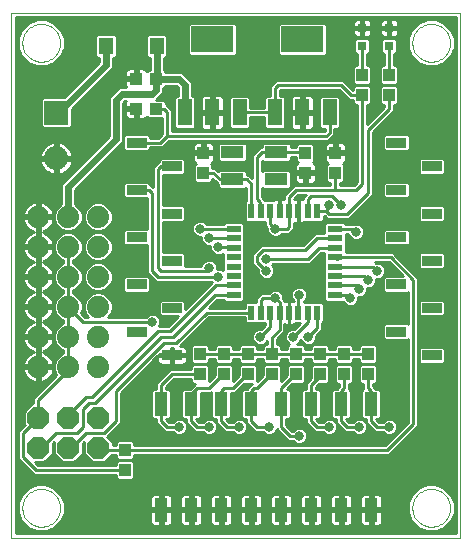
<source format=gtl>
G75*
G70*
%OFA0B0*%
%FSLAX24Y24*%
%IPPOS*%
%LPD*%
%AMOC8*
5,1,8,0,0,1.08239X$1,22.5*
%
%ADD10C,0.0000*%
%ADD11OC8,0.0740*%
%ADD12R,0.0220X0.0500*%
%ADD13R,0.0500X0.0220*%
%ADD14R,0.0430X0.0790*%
%ADD15C,0.0740*%
%ADD16R,0.0394X0.0433*%
%ADD17R,0.0433X0.0394*%
%ADD18R,0.0500X0.0579*%
%ADD19R,0.0800X0.0800*%
%ADD20C,0.0800*%
%ADD21R,0.0315X0.0315*%
%ADD22R,0.0669X0.0335*%
%ADD23R,0.0480X0.0880*%
%ADD24R,0.1417X0.0866*%
%ADD25R,0.0748X0.0433*%
%ADD26C,0.0100*%
%ADD27C,0.0317*%
%ADD28C,0.0240*%
D10*
X000450Y000550D02*
X000450Y018046D01*
X015420Y018046D01*
X015420Y000550D01*
X000450Y000550D01*
X000820Y001550D02*
X000822Y001600D01*
X000828Y001650D01*
X000838Y001699D01*
X000852Y001747D01*
X000869Y001794D01*
X000890Y001839D01*
X000915Y001883D01*
X000943Y001924D01*
X000975Y001963D01*
X001009Y002000D01*
X001046Y002034D01*
X001086Y002064D01*
X001128Y002091D01*
X001172Y002115D01*
X001218Y002136D01*
X001265Y002152D01*
X001313Y002165D01*
X001363Y002174D01*
X001412Y002179D01*
X001463Y002180D01*
X001513Y002177D01*
X001562Y002170D01*
X001611Y002159D01*
X001659Y002144D01*
X001705Y002126D01*
X001750Y002104D01*
X001793Y002078D01*
X001834Y002049D01*
X001873Y002017D01*
X001909Y001982D01*
X001941Y001944D01*
X001971Y001904D01*
X001998Y001861D01*
X002021Y001817D01*
X002040Y001771D01*
X002056Y001723D01*
X002068Y001674D01*
X002076Y001625D01*
X002080Y001575D01*
X002080Y001525D01*
X002076Y001475D01*
X002068Y001426D01*
X002056Y001377D01*
X002040Y001329D01*
X002021Y001283D01*
X001998Y001239D01*
X001971Y001196D01*
X001941Y001156D01*
X001909Y001118D01*
X001873Y001083D01*
X001834Y001051D01*
X001793Y001022D01*
X001750Y000996D01*
X001705Y000974D01*
X001659Y000956D01*
X001611Y000941D01*
X001562Y000930D01*
X001513Y000923D01*
X001463Y000920D01*
X001412Y000921D01*
X001363Y000926D01*
X001313Y000935D01*
X001265Y000948D01*
X001218Y000964D01*
X001172Y000985D01*
X001128Y001009D01*
X001086Y001036D01*
X001046Y001066D01*
X001009Y001100D01*
X000975Y001137D01*
X000943Y001176D01*
X000915Y001217D01*
X000890Y001261D01*
X000869Y001306D01*
X000852Y001353D01*
X000838Y001401D01*
X000828Y001450D01*
X000822Y001500D01*
X000820Y001550D01*
X000820Y017050D02*
X000822Y017100D01*
X000828Y017150D01*
X000838Y017199D01*
X000852Y017247D01*
X000869Y017294D01*
X000890Y017339D01*
X000915Y017383D01*
X000943Y017424D01*
X000975Y017463D01*
X001009Y017500D01*
X001046Y017534D01*
X001086Y017564D01*
X001128Y017591D01*
X001172Y017615D01*
X001218Y017636D01*
X001265Y017652D01*
X001313Y017665D01*
X001363Y017674D01*
X001412Y017679D01*
X001463Y017680D01*
X001513Y017677D01*
X001562Y017670D01*
X001611Y017659D01*
X001659Y017644D01*
X001705Y017626D01*
X001750Y017604D01*
X001793Y017578D01*
X001834Y017549D01*
X001873Y017517D01*
X001909Y017482D01*
X001941Y017444D01*
X001971Y017404D01*
X001998Y017361D01*
X002021Y017317D01*
X002040Y017271D01*
X002056Y017223D01*
X002068Y017174D01*
X002076Y017125D01*
X002080Y017075D01*
X002080Y017025D01*
X002076Y016975D01*
X002068Y016926D01*
X002056Y016877D01*
X002040Y016829D01*
X002021Y016783D01*
X001998Y016739D01*
X001971Y016696D01*
X001941Y016656D01*
X001909Y016618D01*
X001873Y016583D01*
X001834Y016551D01*
X001793Y016522D01*
X001750Y016496D01*
X001705Y016474D01*
X001659Y016456D01*
X001611Y016441D01*
X001562Y016430D01*
X001513Y016423D01*
X001463Y016420D01*
X001412Y016421D01*
X001363Y016426D01*
X001313Y016435D01*
X001265Y016448D01*
X001218Y016464D01*
X001172Y016485D01*
X001128Y016509D01*
X001086Y016536D01*
X001046Y016566D01*
X001009Y016600D01*
X000975Y016637D01*
X000943Y016676D01*
X000915Y016717D01*
X000890Y016761D01*
X000869Y016806D01*
X000852Y016853D01*
X000838Y016901D01*
X000828Y016950D01*
X000822Y017000D01*
X000820Y017050D01*
X013820Y017050D02*
X013822Y017100D01*
X013828Y017150D01*
X013838Y017199D01*
X013852Y017247D01*
X013869Y017294D01*
X013890Y017339D01*
X013915Y017383D01*
X013943Y017424D01*
X013975Y017463D01*
X014009Y017500D01*
X014046Y017534D01*
X014086Y017564D01*
X014128Y017591D01*
X014172Y017615D01*
X014218Y017636D01*
X014265Y017652D01*
X014313Y017665D01*
X014363Y017674D01*
X014412Y017679D01*
X014463Y017680D01*
X014513Y017677D01*
X014562Y017670D01*
X014611Y017659D01*
X014659Y017644D01*
X014705Y017626D01*
X014750Y017604D01*
X014793Y017578D01*
X014834Y017549D01*
X014873Y017517D01*
X014909Y017482D01*
X014941Y017444D01*
X014971Y017404D01*
X014998Y017361D01*
X015021Y017317D01*
X015040Y017271D01*
X015056Y017223D01*
X015068Y017174D01*
X015076Y017125D01*
X015080Y017075D01*
X015080Y017025D01*
X015076Y016975D01*
X015068Y016926D01*
X015056Y016877D01*
X015040Y016829D01*
X015021Y016783D01*
X014998Y016739D01*
X014971Y016696D01*
X014941Y016656D01*
X014909Y016618D01*
X014873Y016583D01*
X014834Y016551D01*
X014793Y016522D01*
X014750Y016496D01*
X014705Y016474D01*
X014659Y016456D01*
X014611Y016441D01*
X014562Y016430D01*
X014513Y016423D01*
X014463Y016420D01*
X014412Y016421D01*
X014363Y016426D01*
X014313Y016435D01*
X014265Y016448D01*
X014218Y016464D01*
X014172Y016485D01*
X014128Y016509D01*
X014086Y016536D01*
X014046Y016566D01*
X014009Y016600D01*
X013975Y016637D01*
X013943Y016676D01*
X013915Y016717D01*
X013890Y016761D01*
X013869Y016806D01*
X013852Y016853D01*
X013838Y016901D01*
X013828Y016950D01*
X013822Y017000D01*
X013820Y017050D01*
X013820Y001550D02*
X013822Y001600D01*
X013828Y001650D01*
X013838Y001699D01*
X013852Y001747D01*
X013869Y001794D01*
X013890Y001839D01*
X013915Y001883D01*
X013943Y001924D01*
X013975Y001963D01*
X014009Y002000D01*
X014046Y002034D01*
X014086Y002064D01*
X014128Y002091D01*
X014172Y002115D01*
X014218Y002136D01*
X014265Y002152D01*
X014313Y002165D01*
X014363Y002174D01*
X014412Y002179D01*
X014463Y002180D01*
X014513Y002177D01*
X014562Y002170D01*
X014611Y002159D01*
X014659Y002144D01*
X014705Y002126D01*
X014750Y002104D01*
X014793Y002078D01*
X014834Y002049D01*
X014873Y002017D01*
X014909Y001982D01*
X014941Y001944D01*
X014971Y001904D01*
X014998Y001861D01*
X015021Y001817D01*
X015040Y001771D01*
X015056Y001723D01*
X015068Y001674D01*
X015076Y001625D01*
X015080Y001575D01*
X015080Y001525D01*
X015076Y001475D01*
X015068Y001426D01*
X015056Y001377D01*
X015040Y001329D01*
X015021Y001283D01*
X014998Y001239D01*
X014971Y001196D01*
X014941Y001156D01*
X014909Y001118D01*
X014873Y001083D01*
X014834Y001051D01*
X014793Y001022D01*
X014750Y000996D01*
X014705Y000974D01*
X014659Y000956D01*
X014611Y000941D01*
X014562Y000930D01*
X014513Y000923D01*
X014463Y000920D01*
X014412Y000921D01*
X014363Y000926D01*
X014313Y000935D01*
X014265Y000948D01*
X014218Y000964D01*
X014172Y000985D01*
X014128Y001009D01*
X014086Y001036D01*
X014046Y001066D01*
X014009Y001100D01*
X013975Y001137D01*
X013943Y001176D01*
X013915Y001217D01*
X013890Y001261D01*
X013869Y001306D01*
X013852Y001353D01*
X013838Y001401D01*
X013828Y001450D01*
X013822Y001500D01*
X013820Y001550D01*
D11*
X003350Y003550D03*
X003350Y004550D03*
X002350Y004550D03*
X002350Y003550D03*
X001350Y003550D03*
X001350Y004550D03*
D12*
X008448Y008060D03*
X008763Y008060D03*
X009078Y008060D03*
X009393Y008060D03*
X009707Y008060D03*
X010022Y008060D03*
X010337Y008060D03*
X010652Y008060D03*
X010652Y011440D03*
X010337Y011440D03*
X010022Y011440D03*
X009707Y011440D03*
X009393Y011440D03*
X009078Y011440D03*
X008763Y011440D03*
X008448Y011440D03*
D13*
X007860Y010852D03*
X007860Y010537D03*
X007860Y010222D03*
X007860Y009907D03*
X007860Y009593D03*
X007860Y009278D03*
X007860Y008963D03*
X007860Y008648D03*
X011240Y008648D03*
X011240Y008963D03*
X011240Y009278D03*
X011240Y009593D03*
X011240Y009907D03*
X011240Y010222D03*
X011240Y010537D03*
X011240Y010852D03*
D14*
X011450Y005020D03*
X012450Y005020D03*
X010450Y005020D03*
X009450Y005020D03*
X008450Y005020D03*
X007450Y005020D03*
X006450Y005020D03*
X005450Y005020D03*
X005450Y001480D03*
X006450Y001480D03*
X007450Y001480D03*
X008450Y001480D03*
X009450Y001480D03*
X010450Y001480D03*
X011450Y001480D03*
X012450Y001480D03*
D15*
X003350Y006250D03*
X003350Y007250D03*
X003350Y008250D03*
X003350Y009250D03*
X003350Y010250D03*
X003350Y011250D03*
X002350Y011250D03*
X002350Y010250D03*
X002350Y009250D03*
X002350Y008250D03*
X002350Y007250D03*
X002350Y006250D03*
X001350Y006250D03*
X001350Y007250D03*
X001350Y008250D03*
X001350Y009250D03*
X001350Y010250D03*
X001350Y011250D03*
D16*
X006750Y006685D03*
X006750Y006015D03*
X007550Y006015D03*
X007550Y006685D03*
X008350Y006685D03*
X008350Y006015D03*
X009150Y006015D03*
X009150Y006685D03*
X009950Y006685D03*
X009950Y006015D03*
X010750Y006015D03*
X010750Y006685D03*
X011550Y006685D03*
X011550Y006015D03*
X012350Y006015D03*
X012350Y006685D03*
X011250Y012715D03*
X011250Y013385D03*
X010250Y013385D03*
X010250Y012715D03*
X012150Y015315D03*
X012150Y015985D03*
X013050Y015985D03*
X013050Y015315D03*
X006850Y013385D03*
X006850Y012715D03*
X004250Y003485D03*
X004250Y002815D03*
D17*
X004615Y014850D03*
X005285Y014850D03*
X005285Y015850D03*
X004615Y015850D03*
D18*
X005296Y016950D03*
X003604Y016950D03*
D19*
X001950Y014720D03*
D20*
X001950Y013202D03*
D21*
X012150Y016955D03*
X012150Y017545D03*
X013050Y017545D03*
X013050Y016955D03*
D22*
X013290Y013724D03*
X014471Y012937D03*
X013290Y012149D03*
X014471Y011362D03*
X013290Y010574D03*
X014471Y009787D03*
X013290Y009000D03*
X014471Y008212D03*
X013290Y007425D03*
X014471Y006637D03*
X005810Y006637D03*
X004629Y007425D03*
X005810Y008212D03*
X004629Y009000D03*
X005810Y009787D03*
X004629Y010574D03*
X005810Y011362D03*
X004629Y012149D03*
X005810Y012937D03*
X004629Y013724D03*
D23*
X006240Y014730D03*
X007150Y014730D03*
X008060Y014730D03*
X009240Y014730D03*
X010150Y014730D03*
X011060Y014730D03*
D24*
X010150Y017170D03*
X007150Y017170D03*
D25*
X007822Y013403D03*
X007822Y012497D03*
X009278Y012497D03*
X009278Y013403D03*
D26*
X010232Y013403D01*
X010250Y013385D01*
X010557Y013355D02*
X011202Y013355D01*
X011202Y013336D02*
X010903Y013336D01*
X010903Y013148D01*
X010913Y013110D01*
X010933Y013076D01*
X010961Y013048D01*
X010994Y013029D01*
X010943Y012977D01*
X010943Y012453D01*
X011008Y012389D01*
X011090Y012389D01*
X011090Y012310D01*
X009884Y012310D01*
X009790Y012216D01*
X009547Y011974D01*
X009547Y011833D01*
X009522Y011840D01*
X009398Y011840D01*
X009398Y011445D01*
X009388Y011445D01*
X009388Y011840D01*
X009263Y011840D01*
X009225Y011830D01*
X009190Y011810D01*
X009180Y011800D01*
X008922Y011800D01*
X008920Y011798D01*
X008918Y011800D01*
X008910Y011800D01*
X008910Y011816D01*
X008816Y011910D01*
X008810Y011916D01*
X008810Y012219D01*
X008859Y012171D01*
X009698Y012171D01*
X009762Y012235D01*
X009762Y012759D01*
X009698Y012824D01*
X008859Y012824D01*
X008810Y012775D01*
X008810Y013125D01*
X008859Y013076D01*
X009698Y013076D01*
X009762Y013141D01*
X009762Y013243D01*
X009943Y013243D01*
X009943Y013123D01*
X009994Y013071D01*
X009961Y013052D01*
X009933Y013024D01*
X009913Y012990D01*
X009903Y012952D01*
X009903Y012764D01*
X009758Y012764D01*
X009762Y012666D02*
X009903Y012666D01*
X009903Y012667D02*
X009903Y012479D01*
X009913Y012441D01*
X009933Y012407D01*
X009961Y012379D01*
X009995Y012359D01*
X010033Y012349D01*
X010202Y012349D01*
X010202Y012667D01*
X010298Y012667D01*
X010298Y012349D01*
X010467Y012349D01*
X010505Y012359D01*
X010539Y012379D01*
X010567Y012407D01*
X010587Y012441D01*
X010597Y012479D01*
X010597Y012667D01*
X010298Y012667D01*
X010298Y012764D01*
X010597Y012764D01*
X010943Y012764D01*
X010943Y012666D02*
X010597Y012666D01*
X010597Y012764D02*
X010597Y012952D01*
X010587Y012990D01*
X010567Y013024D01*
X010539Y013052D01*
X010506Y013071D01*
X010557Y013123D01*
X010557Y013647D01*
X010492Y013711D01*
X010008Y013711D01*
X009943Y013647D01*
X009943Y013563D01*
X009762Y013563D01*
X009762Y013665D01*
X009698Y013729D01*
X008859Y013729D01*
X008794Y013665D01*
X008794Y013563D01*
X008736Y013563D01*
X008643Y013469D01*
X008490Y013316D01*
X008490Y012536D01*
X008369Y012657D01*
X008306Y012657D01*
X008306Y012759D01*
X008241Y012824D01*
X007402Y012824D01*
X007352Y012774D01*
X007251Y012875D01*
X007157Y012875D01*
X007157Y012977D01*
X007106Y013029D01*
X007139Y013048D01*
X007167Y013076D01*
X007187Y013110D01*
X007197Y013148D01*
X007197Y013336D01*
X006898Y013336D01*
X006898Y013433D01*
X006802Y013433D01*
X006802Y013751D01*
X006633Y013751D01*
X006595Y013741D01*
X006561Y013721D01*
X006533Y013693D01*
X006513Y013659D01*
X006503Y013621D01*
X006503Y013433D01*
X006802Y013433D01*
X006802Y013336D01*
X006503Y013336D01*
X006503Y013148D01*
X006513Y013110D01*
X006533Y013076D01*
X006561Y013048D01*
X006594Y013029D01*
X006543Y012977D01*
X006543Y012453D01*
X006608Y012389D01*
X007092Y012389D01*
X007157Y012453D01*
X007157Y012517D01*
X007243Y012431D01*
X007336Y012337D01*
X007338Y012337D01*
X007338Y012235D01*
X007402Y012171D01*
X008241Y012171D01*
X008290Y012219D01*
X008290Y011798D01*
X008228Y011736D01*
X008228Y011144D01*
X008292Y011080D01*
X008603Y011080D01*
X008605Y011082D01*
X008607Y011080D01*
X008918Y011080D01*
X008918Y010956D01*
X008982Y010892D01*
X008982Y010797D01*
X009022Y010698D01*
X009098Y010622D01*
X009197Y010582D01*
X009303Y010582D01*
X009402Y010622D01*
X009470Y010690D01*
X009716Y010690D01*
X009810Y010784D01*
X009867Y010841D01*
X009867Y011047D01*
X009893Y011040D01*
X010017Y011040D01*
X010017Y011435D01*
X010027Y011435D01*
X010027Y011040D01*
X010152Y011040D01*
X010190Y011050D01*
X010225Y011070D01*
X010235Y011080D01*
X010493Y011080D01*
X010495Y011082D01*
X010497Y011080D01*
X010808Y011080D01*
X010872Y011144D01*
X010872Y011280D01*
X010894Y011280D01*
X010984Y011190D01*
X011716Y011190D01*
X011810Y011284D01*
X012510Y011984D01*
X012510Y014084D01*
X013210Y014784D01*
X013210Y014989D01*
X013292Y014989D01*
X013357Y015053D01*
X013357Y015577D01*
X013292Y015642D01*
X012808Y015642D01*
X012743Y015577D01*
X012743Y015053D01*
X012808Y014989D01*
X012890Y014989D01*
X012890Y014916D01*
X012310Y014336D01*
X012310Y014989D01*
X012392Y014989D01*
X012457Y015053D01*
X012457Y015577D01*
X012392Y015642D01*
X011908Y015642D01*
X011843Y015577D01*
X011843Y015483D01*
X011516Y015810D01*
X009284Y015810D01*
X009190Y015716D01*
X009080Y015606D01*
X009080Y015280D01*
X008954Y015280D01*
X008890Y015216D01*
X008890Y014890D01*
X008410Y014890D01*
X008410Y015216D01*
X008346Y015280D01*
X007774Y015280D01*
X007710Y015216D01*
X007710Y014244D01*
X007774Y014180D01*
X008346Y014180D01*
X008410Y014244D01*
X008410Y014570D01*
X008890Y014570D01*
X008890Y014244D01*
X008954Y014180D01*
X009526Y014180D01*
X009590Y014244D01*
X009590Y015216D01*
X009526Y015280D01*
X009400Y015280D01*
X009400Y015474D01*
X009416Y015490D01*
X011384Y015490D01*
X011625Y015249D01*
X011718Y015155D01*
X011843Y015155D01*
X011843Y015053D01*
X011908Y014989D01*
X011990Y014989D01*
X011990Y012416D01*
X011884Y012310D01*
X011410Y012310D01*
X011410Y012389D01*
X011492Y012389D01*
X011557Y012453D01*
X011557Y012977D01*
X011506Y013029D01*
X011539Y013048D01*
X011567Y013076D01*
X011587Y013110D01*
X011597Y013148D01*
X011597Y013336D01*
X011298Y013336D01*
X011298Y013433D01*
X011202Y013433D01*
X011202Y013751D01*
X011033Y013751D01*
X010995Y013741D01*
X010961Y013721D01*
X010933Y013693D01*
X010913Y013659D01*
X010903Y013621D01*
X010903Y013433D01*
X011202Y013433D01*
X011202Y013336D01*
X011298Y013355D02*
X011990Y013355D01*
X011990Y013257D02*
X011597Y013257D01*
X011597Y013158D02*
X011990Y013158D01*
X011990Y013060D02*
X011550Y013060D01*
X011557Y012961D02*
X011990Y012961D01*
X011990Y012863D02*
X011557Y012863D01*
X011557Y012764D02*
X011990Y012764D01*
X011990Y012666D02*
X011557Y012666D01*
X011557Y012567D02*
X011990Y012567D01*
X011990Y012469D02*
X011557Y012469D01*
X011410Y012370D02*
X011944Y012370D01*
X012150Y012350D02*
X011950Y012150D01*
X011250Y012150D01*
X011250Y012715D01*
X010943Y012863D02*
X010597Y012863D01*
X010594Y012961D02*
X010943Y012961D01*
X010950Y013060D02*
X010526Y013060D01*
X010557Y013158D02*
X010903Y013158D01*
X010903Y013257D02*
X010557Y013257D01*
X010557Y013454D02*
X010903Y013454D01*
X010903Y013552D02*
X010557Y013552D01*
X010553Y013651D02*
X010911Y013651D01*
X011025Y013749D02*
X007075Y013749D01*
X007067Y013751D02*
X006898Y013751D01*
X006898Y013433D01*
X007197Y013433D01*
X007197Y013621D01*
X007187Y013659D01*
X007167Y013693D01*
X007139Y013721D01*
X007105Y013741D01*
X007067Y013751D01*
X007189Y013651D02*
X007338Y013651D01*
X007338Y013665D02*
X007402Y013729D01*
X008241Y013729D01*
X008306Y013665D01*
X008306Y013141D01*
X008241Y013076D01*
X007402Y013076D01*
X007338Y013141D01*
X007338Y013665D01*
X007338Y013552D02*
X007197Y013552D01*
X007197Y013454D02*
X007338Y013454D01*
X007338Y013355D02*
X006898Y013355D01*
X006802Y013355D02*
X003780Y013355D01*
X003682Y013257D02*
X006503Y013257D01*
X006503Y013158D02*
X006246Y013158D01*
X006254Y013150D02*
X006190Y013214D01*
X005430Y013214D01*
X005365Y013150D01*
X005365Y013091D01*
X005284Y013010D01*
X005190Y012916D01*
X005190Y012236D01*
X005117Y012309D01*
X005073Y012309D01*
X005073Y012362D01*
X005009Y012427D01*
X004249Y012427D01*
X004184Y012362D01*
X004184Y011936D01*
X004249Y011872D01*
X004990Y011872D01*
X004990Y010852D01*
X004249Y010852D01*
X004184Y010787D01*
X004184Y010362D01*
X004249Y010297D01*
X004990Y010297D01*
X004990Y009384D01*
X005190Y009184D01*
X005284Y009090D01*
X007130Y009090D01*
X007147Y009073D01*
X006254Y008181D01*
X006254Y008425D01*
X006190Y008490D01*
X005430Y008490D01*
X005365Y008425D01*
X005365Y007999D01*
X005430Y007935D01*
X006009Y007935D01*
X005684Y007610D01*
X005383Y007610D01*
X005418Y007697D01*
X005418Y007803D01*
X005378Y007902D01*
X005302Y007978D01*
X005203Y008018D01*
X005097Y008018D01*
X004998Y007978D01*
X004930Y007910D01*
X003689Y007910D01*
X003757Y007978D01*
X003830Y008155D01*
X003830Y008345D01*
X003757Y008522D01*
X003622Y008657D01*
X003445Y008730D01*
X003255Y008730D01*
X003078Y008657D01*
X002943Y008522D01*
X002870Y008345D01*
X002870Y008155D01*
X002943Y007978D01*
X003011Y007910D01*
X002916Y007910D01*
X002784Y008043D01*
X002830Y008155D01*
X002830Y008345D01*
X002757Y008522D01*
X002622Y008657D01*
X002510Y008703D01*
X002510Y008797D01*
X002622Y008843D01*
X002757Y008978D01*
X002830Y009155D01*
X002830Y009345D01*
X002757Y009522D01*
X002622Y009657D01*
X002510Y009703D01*
X002510Y009797D01*
X002622Y009843D01*
X002757Y009978D01*
X002830Y010155D01*
X002830Y010345D01*
X002757Y010522D01*
X002622Y010657D01*
X002445Y010730D01*
X002255Y010730D01*
X002078Y010657D01*
X001943Y010522D01*
X001870Y010345D01*
X001870Y010155D01*
X001943Y009978D01*
X002078Y009843D01*
X002190Y009797D01*
X002190Y009703D01*
X002078Y009657D01*
X001943Y009522D01*
X001870Y009345D01*
X001870Y009155D01*
X001943Y008978D01*
X002078Y008843D01*
X002190Y008797D01*
X002190Y008703D01*
X002078Y008657D01*
X001943Y008522D01*
X001870Y008345D01*
X001870Y008155D01*
X001943Y007978D01*
X002078Y007843D01*
X002190Y007797D01*
X002190Y007703D01*
X002078Y007657D01*
X001943Y007522D01*
X001870Y007345D01*
X001870Y007155D01*
X001943Y006978D01*
X002078Y006843D01*
X002190Y006797D01*
X002190Y006703D01*
X002078Y006657D01*
X001943Y006522D01*
X001870Y006345D01*
X001870Y006155D01*
X001943Y005978D01*
X001947Y005974D01*
X001284Y005310D01*
X001190Y005216D01*
X001190Y005030D01*
X001151Y005030D01*
X000870Y004749D01*
X000870Y004351D01*
X000897Y004324D01*
X000690Y004116D01*
X000690Y003184D01*
X000784Y003090D01*
X001218Y002655D01*
X003943Y002655D01*
X003943Y002553D01*
X004008Y002489D01*
X004492Y002489D01*
X004557Y002553D01*
X004557Y003077D01*
X004492Y003142D01*
X004008Y003142D01*
X003943Y003077D01*
X003943Y002975D01*
X001351Y002975D01*
X001256Y003070D01*
X001549Y003070D01*
X001830Y003351D01*
X001830Y003704D01*
X001870Y003744D01*
X001870Y003351D01*
X002151Y003070D01*
X002549Y003070D01*
X002830Y003351D01*
X002830Y003704D01*
X002870Y003744D01*
X002870Y003351D01*
X003151Y003070D01*
X003549Y003070D01*
X003803Y003325D01*
X003943Y003325D01*
X003943Y003223D01*
X004008Y003158D01*
X004492Y003158D01*
X004557Y003223D01*
X004557Y003325D01*
X013051Y003325D01*
X014010Y004284D01*
X014010Y009216D01*
X013253Y009974D01*
X013159Y010067D01*
X011600Y010067D01*
X011600Y010378D01*
X011598Y010380D01*
X011600Y010382D01*
X011600Y010692D01*
X011683Y010692D01*
X011722Y010598D01*
X011798Y010522D01*
X011897Y010482D01*
X012003Y010482D01*
X012102Y010522D01*
X012178Y010598D01*
X012218Y010697D01*
X012218Y010803D01*
X012178Y010902D01*
X012102Y010978D01*
X012003Y011018D01*
X011897Y011018D01*
X011882Y011012D01*
X011596Y011012D01*
X011536Y011072D01*
X010944Y011072D01*
X010880Y011008D01*
X010880Y010697D01*
X010571Y010697D01*
X010184Y010310D01*
X008784Y010310D01*
X008490Y010016D01*
X008490Y009684D01*
X008584Y009590D01*
X008682Y009492D01*
X008682Y009397D01*
X008722Y009298D01*
X008798Y009222D01*
X008897Y009182D01*
X009003Y009182D01*
X009102Y009222D01*
X009178Y009298D01*
X009218Y009397D01*
X009218Y009503D01*
X009178Y009602D01*
X009130Y009650D01*
X009170Y009690D01*
X010416Y009690D01*
X010789Y010062D01*
X010880Y010062D01*
X010880Y009752D01*
X010882Y009750D01*
X010880Y009748D01*
X010880Y009437D01*
X010882Y009435D01*
X010880Y009433D01*
X010880Y009122D01*
X010882Y009120D01*
X010880Y009118D01*
X010880Y008807D01*
X010882Y008805D01*
X010880Y008803D01*
X010880Y008492D01*
X010944Y008428D01*
X011510Y008428D01*
X011522Y008398D01*
X011598Y008322D01*
X011697Y008282D01*
X011803Y008282D01*
X011902Y008322D01*
X011978Y008398D01*
X012018Y008497D01*
X012018Y008582D01*
X012103Y008582D01*
X012202Y008622D01*
X012278Y008698D01*
X012318Y008797D01*
X012318Y008882D01*
X012403Y008882D01*
X012502Y008922D01*
X012578Y008998D01*
X012618Y009097D01*
X012618Y009182D01*
X012703Y009182D01*
X012802Y009222D01*
X012878Y009298D01*
X012918Y009397D01*
X012918Y009503D01*
X012878Y009602D01*
X012802Y009678D01*
X012703Y009718D01*
X012608Y009718D01*
X012579Y009747D01*
X013026Y009747D01*
X013497Y009277D01*
X012910Y009277D01*
X012846Y009212D01*
X012846Y008787D01*
X012910Y008722D01*
X013670Y008722D01*
X013690Y008742D01*
X013690Y007682D01*
X013670Y007702D01*
X012910Y007702D01*
X012846Y007638D01*
X012846Y007212D01*
X012910Y007147D01*
X013670Y007147D01*
X013690Y007167D01*
X013690Y004416D01*
X012918Y003645D01*
X004557Y003645D01*
X004557Y003747D01*
X004492Y003811D01*
X004008Y003811D01*
X003943Y003747D01*
X003943Y003645D01*
X003830Y003645D01*
X003830Y003749D01*
X003653Y003926D01*
X003710Y003984D01*
X004110Y004384D01*
X004110Y005384D01*
X005325Y006599D01*
X005325Y006450D01*
X005335Y006412D01*
X005355Y006378D01*
X005383Y006350D01*
X005417Y006330D01*
X005455Y006320D01*
X005776Y006320D01*
X005776Y006604D01*
X005330Y006604D01*
X005397Y006671D01*
X005776Y006671D01*
X005776Y006604D01*
X005844Y006604D01*
X005844Y006671D01*
X006294Y006671D01*
X006294Y006824D01*
X006284Y006863D01*
X006265Y006897D01*
X006237Y006925D01*
X006202Y006945D01*
X006164Y006955D01*
X006081Y006955D01*
X007026Y007900D01*
X008228Y007900D01*
X008228Y007764D01*
X008292Y007700D01*
X008603Y007700D01*
X008605Y007702D01*
X008607Y007700D01*
X008918Y007700D01*
X008918Y007644D01*
X008792Y007518D01*
X008697Y007518D01*
X008598Y007478D01*
X008522Y007402D01*
X008482Y007303D01*
X008482Y007197D01*
X008522Y007098D01*
X008598Y007022D01*
X008697Y006982D01*
X008803Y006982D01*
X008902Y007022D01*
X008978Y007098D01*
X008990Y007128D01*
X008990Y007011D01*
X008908Y007011D01*
X008843Y006947D01*
X008843Y006845D01*
X008657Y006845D01*
X008657Y006947D01*
X008592Y007011D01*
X008108Y007011D01*
X008043Y006947D01*
X008043Y006845D01*
X007857Y006845D01*
X007857Y006947D01*
X007792Y007011D01*
X007308Y007011D01*
X007243Y006947D01*
X007243Y006845D01*
X007057Y006845D01*
X007057Y006947D01*
X006992Y007011D01*
X006508Y007011D01*
X006443Y006947D01*
X006443Y006423D01*
X006508Y006358D01*
X006992Y006358D01*
X007057Y006423D01*
X007057Y006525D01*
X007243Y006525D01*
X007243Y006423D01*
X007308Y006358D01*
X007792Y006358D01*
X007857Y006423D01*
X007857Y006525D01*
X008043Y006525D01*
X008043Y006423D01*
X008108Y006358D01*
X008592Y006358D01*
X008657Y006423D01*
X008657Y006525D01*
X008843Y006525D01*
X008843Y006423D01*
X008908Y006358D01*
X009392Y006358D01*
X009457Y006423D01*
X009457Y006525D01*
X009643Y006525D01*
X009643Y006423D01*
X009708Y006358D01*
X010192Y006358D01*
X010257Y006423D01*
X010257Y006525D01*
X010443Y006525D01*
X010443Y006423D01*
X010508Y006358D01*
X010992Y006358D01*
X011057Y006423D01*
X011057Y006525D01*
X011243Y006525D01*
X011243Y006423D01*
X011308Y006358D01*
X011792Y006358D01*
X011857Y006423D01*
X011857Y006525D01*
X012043Y006525D01*
X012043Y006423D01*
X012108Y006358D01*
X012592Y006358D01*
X012657Y006423D01*
X012657Y006947D01*
X012592Y007011D01*
X012108Y007011D01*
X012043Y006947D01*
X012043Y006845D01*
X011857Y006845D01*
X011857Y006947D01*
X011792Y007011D01*
X011308Y007011D01*
X011243Y006947D01*
X011243Y006845D01*
X011057Y006845D01*
X011057Y006947D01*
X010992Y007011D01*
X010508Y007011D01*
X010443Y006947D01*
X010443Y006845D01*
X010257Y006845D01*
X010257Y006947D01*
X010192Y007011D01*
X009975Y007011D01*
X010002Y007022D01*
X010078Y007098D01*
X010100Y007152D01*
X010122Y007098D01*
X010198Y007022D01*
X010297Y006982D01*
X010403Y006982D01*
X010502Y007022D01*
X010578Y007098D01*
X010618Y007197D01*
X010618Y007292D01*
X010810Y007484D01*
X010810Y007702D01*
X010872Y007764D01*
X010872Y008356D01*
X010808Y008420D01*
X010497Y008420D01*
X010495Y008418D01*
X010493Y008420D01*
X010196Y008420D01*
X010202Y008422D01*
X010278Y008498D01*
X010318Y008597D01*
X010318Y008703D01*
X010278Y008802D01*
X010202Y008878D01*
X010103Y008918D01*
X009997Y008918D01*
X009898Y008878D01*
X009822Y008802D01*
X009782Y008703D01*
X009782Y008597D01*
X009822Y008498D01*
X009862Y008458D01*
X009862Y008453D01*
X009837Y008460D01*
X009712Y008460D01*
X009712Y008065D01*
X009702Y008065D01*
X009702Y008460D01*
X009578Y008460D01*
X009553Y008453D01*
X009553Y008474D01*
X009518Y008508D01*
X009518Y008603D01*
X009478Y008702D01*
X009402Y008778D01*
X009303Y008818D01*
X009197Y008818D01*
X009098Y008778D01*
X009030Y008710D01*
X008784Y008710D01*
X008690Y008616D01*
X008603Y008529D01*
X008603Y008420D01*
X008292Y008420D01*
X008228Y008356D01*
X008228Y008220D01*
X007046Y008220D01*
X007314Y008488D01*
X007504Y008488D01*
X007564Y008428D01*
X008156Y008428D01*
X008220Y008492D01*
X008220Y008803D01*
X008218Y008805D01*
X008220Y008807D01*
X008220Y009118D01*
X008218Y009120D01*
X008220Y009122D01*
X008220Y009433D01*
X008218Y009435D01*
X008220Y009437D01*
X008220Y009748D01*
X008218Y009750D01*
X008220Y009752D01*
X008220Y010063D01*
X008218Y010065D01*
X008220Y010067D01*
X008220Y010378D01*
X008218Y010380D01*
X008220Y010382D01*
X008220Y010693D01*
X008218Y010695D01*
X008220Y010697D01*
X008220Y011008D01*
X008156Y011072D01*
X007564Y011072D01*
X007502Y011010D01*
X006970Y011010D01*
X006902Y011078D01*
X006803Y011118D01*
X006697Y011118D01*
X006598Y011078D01*
X006522Y011002D01*
X006482Y010903D01*
X006482Y010797D01*
X006522Y010698D01*
X006598Y010622D01*
X006697Y010582D01*
X006782Y010582D01*
X006782Y010497D01*
X006822Y010398D01*
X006898Y010322D01*
X006997Y010282D01*
X007082Y010282D01*
X007082Y010197D01*
X007122Y010098D01*
X007198Y010022D01*
X007297Y009982D01*
X007403Y009982D01*
X007500Y010022D01*
X007500Y009752D01*
X007502Y009750D01*
X007500Y009748D01*
X007500Y009478D01*
X007403Y009518D01*
X007318Y009518D01*
X007318Y009603D01*
X007278Y009702D01*
X007202Y009778D01*
X007103Y009818D01*
X006997Y009818D01*
X006898Y009778D01*
X006822Y009702D01*
X006784Y009610D01*
X006254Y009610D01*
X006254Y010000D01*
X006190Y010064D01*
X005510Y010064D01*
X005510Y011084D01*
X006190Y011084D01*
X006254Y011149D01*
X006254Y011575D01*
X006190Y011639D01*
X005510Y011639D01*
X005510Y012659D01*
X006190Y012659D01*
X006254Y012724D01*
X006254Y013150D01*
X006254Y013060D02*
X006550Y013060D01*
X006543Y012961D02*
X006254Y012961D01*
X006254Y012863D02*
X006543Y012863D01*
X006543Y012764D02*
X006254Y012764D01*
X006196Y012666D02*
X006543Y012666D01*
X006543Y012567D02*
X005510Y012567D01*
X005510Y012469D02*
X006543Y012469D01*
X006850Y012715D02*
X007185Y012715D01*
X007403Y012497D01*
X007822Y012497D01*
X008303Y012497D01*
X008450Y012350D01*
X008450Y011442D01*
X008448Y011440D01*
X008228Y011484D02*
X006254Y011484D01*
X006247Y011582D02*
X008228Y011582D01*
X008228Y011681D02*
X005510Y011681D01*
X005510Y011779D02*
X008271Y011779D01*
X008290Y011878D02*
X005510Y011878D01*
X005510Y011976D02*
X008290Y011976D01*
X008290Y012075D02*
X005510Y012075D01*
X005510Y012173D02*
X007400Y012173D01*
X007338Y012272D02*
X005510Y012272D01*
X005510Y012370D02*
X007304Y012370D01*
X007205Y012469D02*
X007157Y012469D01*
X007264Y012863D02*
X008490Y012863D01*
X008490Y012961D02*
X007157Y012961D01*
X007150Y013060D02*
X008490Y013060D01*
X008490Y013158D02*
X008306Y013158D01*
X008306Y013257D02*
X008490Y013257D01*
X008529Y013355D02*
X008306Y013355D01*
X008306Y013454D02*
X008627Y013454D01*
X008643Y013469D02*
X008643Y013469D01*
X008726Y013552D02*
X008306Y013552D01*
X008306Y013651D02*
X008794Y013651D01*
X008803Y013403D02*
X009278Y013403D01*
X008803Y013403D02*
X008650Y013250D01*
X008650Y011850D01*
X008750Y011750D01*
X008750Y011453D01*
X008763Y011440D01*
X009078Y011440D02*
X009078Y011022D01*
X009250Y010850D01*
X009650Y010850D01*
X009707Y010907D01*
X009707Y011440D01*
X009707Y011907D01*
X009950Y012150D01*
X011250Y012150D01*
X011150Y011950D02*
X011450Y011650D01*
X011650Y011350D02*
X011050Y011350D01*
X010950Y011450D01*
X011050Y011650D01*
X010950Y011450D02*
X010940Y011440D01*
X010652Y011440D01*
X010337Y011440D02*
X010337Y011837D01*
X010450Y011950D01*
X011150Y011950D01*
X011090Y012370D02*
X010524Y012370D01*
X010594Y012469D02*
X010943Y012469D01*
X010943Y012567D02*
X010597Y012567D01*
X010298Y012567D02*
X010202Y012567D01*
X010202Y012469D02*
X010298Y012469D01*
X010298Y012370D02*
X010202Y012370D01*
X009976Y012370D02*
X009762Y012370D01*
X009762Y012272D02*
X009845Y012272D01*
X009747Y012173D02*
X009700Y012173D01*
X009648Y012075D02*
X008810Y012075D01*
X008810Y012173D02*
X008856Y012173D01*
X008810Y011976D02*
X009550Y011976D01*
X009547Y011878D02*
X008849Y011878D01*
X008290Y012173D02*
X008244Y012173D01*
X008459Y012567D02*
X008490Y012567D01*
X008490Y012666D02*
X008306Y012666D01*
X008301Y012764D02*
X008490Y012764D01*
X008810Y012863D02*
X009903Y012863D01*
X009906Y012961D02*
X008810Y012961D01*
X008810Y013060D02*
X009974Y013060D01*
X009943Y013158D02*
X009762Y013158D01*
X009762Y013651D02*
X009947Y013651D01*
X009890Y014140D02*
X009852Y014150D01*
X009818Y014170D01*
X009790Y014198D01*
X009770Y014232D01*
X009760Y014270D01*
X009760Y014680D01*
X010100Y014680D01*
X010200Y014680D01*
X010200Y014780D01*
X010540Y014780D01*
X010540Y015190D01*
X010530Y015228D01*
X010510Y015262D01*
X010482Y015290D01*
X010448Y015310D01*
X010410Y015320D01*
X010200Y015320D01*
X010200Y014780D01*
X010100Y014780D01*
X010100Y015320D01*
X009890Y015320D01*
X009852Y015310D01*
X009818Y015290D01*
X009790Y015262D01*
X009770Y015228D01*
X009760Y015190D01*
X009760Y014780D01*
X010100Y014780D01*
X010100Y014680D01*
X010100Y014140D01*
X009890Y014140D01*
X009879Y014143D02*
X007421Y014143D01*
X007410Y014140D02*
X007448Y014150D01*
X007482Y014170D01*
X007510Y014198D01*
X007530Y014232D01*
X007540Y014270D01*
X007540Y014680D01*
X007200Y014680D01*
X007200Y014780D01*
X007540Y014780D01*
X007540Y015190D01*
X007530Y015228D01*
X007510Y015262D01*
X007482Y015290D01*
X007448Y015310D01*
X007410Y015320D01*
X007200Y015320D01*
X007200Y014780D01*
X007100Y014780D01*
X007100Y015320D01*
X006890Y015320D01*
X006852Y015310D01*
X006818Y015290D01*
X006790Y015262D01*
X006770Y015228D01*
X006760Y015190D01*
X006760Y014780D01*
X007100Y014780D01*
X007100Y014680D01*
X007200Y014680D01*
X007200Y014140D01*
X007410Y014140D01*
X007532Y014242D02*
X007713Y014242D01*
X007710Y014340D02*
X007540Y014340D01*
X007540Y014439D02*
X007710Y014439D01*
X007710Y014537D02*
X007540Y014537D01*
X007540Y014636D02*
X007710Y014636D01*
X007710Y014734D02*
X007200Y014734D01*
X007200Y014636D02*
X007100Y014636D01*
X007100Y014680D02*
X007100Y014140D01*
X006890Y014140D01*
X006852Y014150D01*
X006818Y014170D01*
X006790Y014198D01*
X006770Y014232D01*
X006760Y014270D01*
X006760Y014680D01*
X007100Y014680D01*
X007100Y014734D02*
X006590Y014734D01*
X006590Y014636D02*
X006760Y014636D01*
X006760Y014537D02*
X006590Y014537D01*
X006590Y014439D02*
X006760Y014439D01*
X006760Y014340D02*
X006590Y014340D01*
X006590Y014244D02*
X006590Y015216D01*
X006526Y015280D01*
X006470Y015280D01*
X006470Y015755D01*
X006280Y015945D01*
X006145Y016080D01*
X005611Y016080D01*
X005611Y016092D01*
X005547Y016157D01*
X005526Y016157D01*
X005526Y016551D01*
X005592Y016551D01*
X005656Y016615D01*
X005656Y017285D01*
X005592Y017349D01*
X005001Y017349D01*
X004936Y017285D01*
X004936Y016615D01*
X005001Y016551D01*
X005066Y016551D01*
X005066Y016157D01*
X005023Y016157D01*
X004971Y016106D01*
X004952Y016139D01*
X004924Y016167D01*
X004890Y016187D01*
X004852Y016197D01*
X004664Y016197D01*
X004664Y015898D01*
X004567Y015898D01*
X004567Y015802D01*
X004249Y015802D01*
X004249Y015633D01*
X004259Y015595D01*
X004268Y015580D01*
X004055Y015580D01*
X003920Y015445D01*
X003720Y015245D01*
X003720Y013945D01*
X002120Y012345D01*
X002120Y011674D01*
X002078Y011657D01*
X001943Y011522D01*
X001870Y011345D01*
X001870Y011155D01*
X001943Y010978D01*
X002078Y010843D01*
X002255Y010770D01*
X002445Y010770D01*
X002622Y010843D01*
X002757Y010978D01*
X002830Y011155D01*
X002830Y011345D01*
X002757Y011522D01*
X002622Y011657D01*
X002580Y011674D01*
X002580Y012155D01*
X004045Y013620D01*
X004180Y013755D01*
X004180Y015055D01*
X004245Y015120D01*
X004268Y015120D01*
X004259Y015105D01*
X004249Y015067D01*
X004249Y014898D01*
X004567Y014898D01*
X004567Y014802D01*
X004249Y014802D01*
X004249Y014633D01*
X004259Y014595D01*
X004279Y014561D01*
X004307Y014533D01*
X004341Y014513D01*
X004379Y014503D01*
X004567Y014503D01*
X004567Y014802D01*
X004664Y014802D01*
X004664Y014503D01*
X004852Y014503D01*
X004890Y014513D01*
X004924Y014533D01*
X004952Y014561D01*
X004971Y014594D01*
X005023Y014543D01*
X005490Y014543D01*
X005490Y014016D01*
X005358Y013884D01*
X005073Y013884D01*
X005073Y013937D01*
X005009Y014001D01*
X004249Y014001D01*
X004184Y013937D01*
X004184Y013511D01*
X004249Y013447D01*
X005009Y013447D01*
X005073Y013511D01*
X005073Y013564D01*
X005490Y013564D01*
X005584Y013658D01*
X005716Y013790D01*
X011016Y013790D01*
X011110Y013884D01*
X011220Y013994D01*
X011220Y014180D01*
X011346Y014180D01*
X011410Y014244D01*
X011410Y015216D01*
X011346Y015280D01*
X010774Y015280D01*
X010710Y015216D01*
X010710Y014244D01*
X010774Y014180D01*
X010900Y014180D01*
X010900Y014126D01*
X010884Y014110D01*
X005810Y014110D01*
X005810Y014816D01*
X005716Y014910D01*
X005616Y015010D01*
X005611Y015010D01*
X005611Y015092D01*
X005547Y015157D01*
X005282Y015157D01*
X005380Y015255D01*
X005515Y015389D01*
X005515Y015543D01*
X005547Y015543D01*
X005611Y015608D01*
X005611Y015620D01*
X005955Y015620D01*
X006010Y015565D01*
X006010Y015280D01*
X005954Y015280D01*
X005890Y015216D01*
X005890Y014244D01*
X005954Y014180D01*
X006526Y014180D01*
X006590Y014244D01*
X006587Y014242D02*
X006768Y014242D01*
X006879Y014143D02*
X005810Y014143D01*
X005810Y014242D02*
X005893Y014242D01*
X005890Y014340D02*
X005810Y014340D01*
X005810Y014439D02*
X005890Y014439D01*
X005890Y014537D02*
X005810Y014537D01*
X005810Y014636D02*
X005890Y014636D01*
X005890Y014734D02*
X005810Y014734D01*
X005794Y014833D02*
X005890Y014833D01*
X005890Y014931D02*
X005695Y014931D01*
X005611Y015030D02*
X005890Y015030D01*
X005890Y015128D02*
X005576Y015128D01*
X005450Y015325D02*
X006010Y015325D01*
X006010Y015424D02*
X005515Y015424D01*
X005515Y015522D02*
X006010Y015522D01*
X005901Y015227D02*
X005352Y015227D01*
X005285Y014850D02*
X005550Y014850D01*
X005650Y014750D01*
X005650Y013950D01*
X005424Y013724D01*
X004629Y013724D01*
X005016Y013454D02*
X006503Y013454D01*
X006503Y013552D02*
X005073Y013552D01*
X005064Y013946D02*
X005420Y013946D01*
X005490Y014045D02*
X004180Y014045D01*
X004180Y014143D02*
X005490Y014143D01*
X005490Y014242D02*
X004180Y014242D01*
X004180Y014340D02*
X005490Y014340D01*
X005490Y014439D02*
X004180Y014439D01*
X004180Y014537D02*
X004303Y014537D01*
X004249Y014636D02*
X004180Y014636D01*
X004180Y014734D02*
X004249Y014734D01*
X004180Y014833D02*
X004567Y014833D01*
X004567Y014734D02*
X004664Y014734D01*
X004664Y014636D02*
X004567Y014636D01*
X004567Y014537D02*
X004664Y014537D01*
X004928Y014537D02*
X005490Y014537D01*
X005650Y013950D02*
X010950Y013950D01*
X011060Y014060D01*
X011060Y014730D01*
X011410Y014734D02*
X011990Y014734D01*
X011990Y014636D02*
X011410Y014636D01*
X011410Y014537D02*
X011990Y014537D01*
X011990Y014439D02*
X011410Y014439D01*
X011410Y014340D02*
X011990Y014340D01*
X011990Y014242D02*
X011407Y014242D01*
X011220Y014143D02*
X011990Y014143D01*
X011990Y014045D02*
X011220Y014045D01*
X011172Y013946D02*
X011990Y013946D01*
X011990Y013848D02*
X011074Y013848D01*
X011202Y013749D02*
X011298Y013749D01*
X011298Y013751D02*
X011298Y013433D01*
X011597Y013433D01*
X011597Y013621D01*
X011587Y013659D01*
X011567Y013693D01*
X011539Y013721D01*
X011505Y013741D01*
X011467Y013751D01*
X011298Y013751D01*
X011298Y013651D02*
X011202Y013651D01*
X011202Y013552D02*
X011298Y013552D01*
X011298Y013454D02*
X011202Y013454D01*
X011597Y013454D02*
X011990Y013454D01*
X011990Y013552D02*
X011597Y013552D01*
X011589Y013651D02*
X011990Y013651D01*
X011990Y013749D02*
X011475Y013749D01*
X010900Y014143D02*
X010421Y014143D01*
X010410Y014140D02*
X010448Y014150D01*
X010482Y014170D01*
X010510Y014198D01*
X010530Y014232D01*
X010540Y014270D01*
X010540Y014680D01*
X010200Y014680D01*
X010200Y014140D01*
X010410Y014140D01*
X010532Y014242D02*
X010713Y014242D01*
X010710Y014340D02*
X010540Y014340D01*
X010540Y014439D02*
X010710Y014439D01*
X010710Y014537D02*
X010540Y014537D01*
X010540Y014636D02*
X010710Y014636D01*
X010710Y014734D02*
X010200Y014734D01*
X010200Y014636D02*
X010100Y014636D01*
X010100Y014734D02*
X009590Y014734D01*
X009590Y014636D02*
X009760Y014636D01*
X009760Y014537D02*
X009590Y014537D01*
X009590Y014439D02*
X009760Y014439D01*
X009760Y014340D02*
X009590Y014340D01*
X009587Y014242D02*
X009768Y014242D01*
X010100Y014242D02*
X010200Y014242D01*
X010200Y014340D02*
X010100Y014340D01*
X010100Y014439D02*
X010200Y014439D01*
X010200Y014537D02*
X010100Y014537D01*
X010100Y014833D02*
X010200Y014833D01*
X010200Y014931D02*
X010100Y014931D01*
X010100Y015030D02*
X010200Y015030D01*
X010200Y015128D02*
X010100Y015128D01*
X010100Y015227D02*
X010200Y015227D01*
X010530Y015227D02*
X010721Y015227D01*
X010710Y015128D02*
X010540Y015128D01*
X010540Y015030D02*
X010710Y015030D01*
X010710Y014931D02*
X010540Y014931D01*
X010540Y014833D02*
X010710Y014833D01*
X011410Y014833D02*
X011990Y014833D01*
X011990Y014931D02*
X011410Y014931D01*
X011410Y015030D02*
X011867Y015030D01*
X011843Y015128D02*
X011410Y015128D01*
X011399Y015227D02*
X011647Y015227D01*
X011549Y015325D02*
X009400Y015325D01*
X009400Y015424D02*
X011450Y015424D01*
X011450Y015650D02*
X011785Y015315D01*
X012150Y015315D01*
X012150Y012350D01*
X012350Y012050D02*
X011650Y011350D01*
X011813Y011287D02*
X014027Y011287D01*
X014027Y011385D02*
X011911Y011385D01*
X012010Y011484D02*
X014027Y011484D01*
X014027Y011575D02*
X014027Y011149D01*
X014091Y011084D01*
X014851Y011084D01*
X014916Y011149D01*
X014916Y011575D01*
X014851Y011639D01*
X014091Y011639D01*
X014027Y011575D01*
X014034Y011582D02*
X012108Y011582D01*
X012207Y011681D02*
X015270Y011681D01*
X015270Y011779D02*
X012305Y011779D01*
X012404Y011878D02*
X012904Y011878D01*
X012910Y011872D02*
X013670Y011872D01*
X013735Y011936D01*
X013735Y012362D01*
X013670Y012427D01*
X012910Y012427D01*
X012846Y012362D01*
X012846Y011936D01*
X012910Y011872D01*
X012846Y011976D02*
X012502Y011976D01*
X012510Y012075D02*
X012846Y012075D01*
X012846Y012173D02*
X012510Y012173D01*
X012510Y012272D02*
X012846Y012272D01*
X012853Y012370D02*
X012510Y012370D01*
X012510Y012469D02*
X015270Y012469D01*
X015270Y012567D02*
X012510Y012567D01*
X012510Y012666D02*
X014085Y012666D01*
X014091Y012659D02*
X014851Y012659D01*
X014916Y012724D01*
X014916Y013150D01*
X014851Y013214D01*
X014091Y013214D01*
X014027Y013150D01*
X014027Y012724D01*
X014091Y012659D01*
X014027Y012764D02*
X012510Y012764D01*
X012510Y012863D02*
X014027Y012863D01*
X014027Y012961D02*
X012510Y012961D01*
X012510Y013060D02*
X014027Y013060D01*
X014035Y013158D02*
X012510Y013158D01*
X012510Y013257D02*
X015270Y013257D01*
X015270Y013355D02*
X012510Y013355D01*
X012510Y013454D02*
X012903Y013454D01*
X012910Y013447D02*
X013670Y013447D01*
X013735Y013511D01*
X013735Y013937D01*
X013670Y014001D01*
X012910Y014001D01*
X012846Y013937D01*
X012846Y013511D01*
X012910Y013447D01*
X012846Y013552D02*
X012510Y013552D01*
X012510Y013651D02*
X012846Y013651D01*
X012846Y013749D02*
X012510Y013749D01*
X012510Y013848D02*
X012846Y013848D01*
X012855Y013946D02*
X012510Y013946D01*
X012510Y014045D02*
X015270Y014045D01*
X015270Y014143D02*
X012569Y014143D01*
X012668Y014242D02*
X015270Y014242D01*
X015270Y014340D02*
X012766Y014340D01*
X012865Y014439D02*
X015270Y014439D01*
X015270Y014537D02*
X012963Y014537D01*
X013062Y014636D02*
X015270Y014636D01*
X015270Y014734D02*
X013160Y014734D01*
X013210Y014833D02*
X015270Y014833D01*
X015270Y014931D02*
X013210Y014931D01*
X013333Y015030D02*
X015270Y015030D01*
X015270Y015128D02*
X013357Y015128D01*
X013357Y015227D02*
X015270Y015227D01*
X015270Y015325D02*
X013357Y015325D01*
X013357Y015424D02*
X015270Y015424D01*
X015270Y015522D02*
X013357Y015522D01*
X013314Y015621D02*
X015270Y015621D01*
X015270Y015719D02*
X013353Y015719D01*
X013357Y015723D02*
X013292Y015658D01*
X012808Y015658D01*
X012743Y015723D01*
X012743Y016247D01*
X012808Y016311D01*
X012890Y016311D01*
X012890Y016687D01*
X012847Y016687D01*
X012783Y016752D01*
X012783Y017158D01*
X012847Y017222D01*
X013253Y017222D01*
X013317Y017158D01*
X013317Y016752D01*
X013253Y016687D01*
X013210Y016687D01*
X013210Y016311D01*
X013292Y016311D01*
X013357Y016247D01*
X013357Y015723D01*
X013357Y015818D02*
X015270Y015818D01*
X015270Y015916D02*
X013357Y015916D01*
X013357Y016015D02*
X015270Y016015D01*
X015270Y016113D02*
X013357Y016113D01*
X013357Y016212D02*
X015270Y016212D01*
X015270Y016310D02*
X014702Y016310D01*
X014605Y016270D02*
X014892Y016389D01*
X015111Y016608D01*
X015230Y016895D01*
X015230Y017205D01*
X015111Y017492D01*
X015270Y017492D01*
X015270Y017394D02*
X015152Y017394D01*
X015111Y017492D02*
X014892Y017711D01*
X014605Y017830D01*
X014295Y017830D01*
X014008Y017711D01*
X013789Y017492D01*
X013357Y017492D01*
X013357Y017517D02*
X013079Y017517D01*
X013079Y017574D01*
X013357Y017574D01*
X013357Y017723D01*
X013347Y017761D01*
X013328Y017795D01*
X013300Y017823D01*
X013265Y017843D01*
X013227Y017853D01*
X013079Y017853D01*
X013079Y017574D01*
X013021Y017574D01*
X013021Y017517D01*
X012743Y017517D01*
X012743Y017368D01*
X012753Y017330D01*
X012772Y017296D01*
X012800Y017268D01*
X012835Y017248D01*
X012873Y017238D01*
X013021Y017238D01*
X013021Y017517D01*
X013079Y017517D01*
X013079Y017238D01*
X013227Y017238D01*
X013265Y017248D01*
X013300Y017268D01*
X013328Y017296D01*
X013347Y017330D01*
X013357Y017368D01*
X013357Y017517D01*
X013357Y017591D02*
X013888Y017591D01*
X013986Y017689D02*
X013357Y017689D01*
X013332Y017788D02*
X014193Y017788D01*
X013789Y017492D02*
X013670Y017205D01*
X013670Y016895D01*
X013789Y016608D01*
X014008Y016389D01*
X014295Y016270D01*
X014605Y016270D01*
X014912Y016409D02*
X015270Y016409D01*
X015270Y016507D02*
X015010Y016507D01*
X015109Y016606D02*
X015270Y016606D01*
X015270Y016704D02*
X015151Y016704D01*
X015192Y016803D02*
X015270Y016803D01*
X015270Y016901D02*
X015230Y016901D01*
X015230Y017000D02*
X015270Y017000D01*
X015270Y017098D02*
X015230Y017098D01*
X015230Y017197D02*
X015270Y017197D01*
X015270Y017295D02*
X015193Y017295D01*
X015270Y017591D02*
X015012Y017591D01*
X014914Y017689D02*
X015270Y017689D01*
X015270Y017788D02*
X014707Y017788D01*
X015270Y017886D02*
X000600Y017886D01*
X000600Y017896D02*
X015270Y017896D01*
X015270Y000700D01*
X000600Y000700D01*
X000600Y017896D01*
X000600Y017788D02*
X001193Y017788D01*
X001295Y017830D02*
X001008Y017711D01*
X000789Y017492D01*
X000600Y017492D01*
X000600Y017394D02*
X000748Y017394D01*
X000789Y017492D02*
X000670Y017205D01*
X000670Y016895D01*
X000789Y016608D01*
X001008Y016389D01*
X001295Y016270D01*
X001605Y016270D01*
X001892Y016389D01*
X002111Y016608D01*
X002230Y016895D01*
X002230Y017205D01*
X002111Y017492D01*
X006331Y017492D01*
X006331Y017394D02*
X002152Y017394D01*
X002111Y017492D02*
X001892Y017711D01*
X001605Y017830D01*
X001295Y017830D01*
X000986Y017689D02*
X000600Y017689D01*
X000600Y017591D02*
X000888Y017591D01*
X000707Y017295D02*
X000600Y017295D01*
X000600Y017197D02*
X000670Y017197D01*
X000670Y017098D02*
X000600Y017098D01*
X000600Y017000D02*
X000670Y017000D01*
X000670Y016901D02*
X000600Y016901D01*
X000600Y016803D02*
X000708Y016803D01*
X000749Y016704D02*
X000600Y016704D01*
X000600Y016606D02*
X000791Y016606D01*
X000890Y016507D02*
X000600Y016507D01*
X000600Y016409D02*
X000988Y016409D01*
X001198Y016310D02*
X000600Y016310D01*
X000600Y016212D02*
X003186Y016212D01*
X003285Y016310D02*
X001702Y016310D01*
X001912Y016409D02*
X003374Y016409D01*
X003374Y016399D02*
X002205Y015230D01*
X001504Y015230D01*
X001440Y015166D01*
X001440Y014274D01*
X001504Y014210D01*
X002396Y014210D01*
X002460Y014274D01*
X002460Y014835D01*
X003834Y016208D01*
X003834Y016551D01*
X003899Y016551D01*
X003964Y016615D01*
X003964Y017285D01*
X003899Y017349D01*
X003308Y017349D01*
X003244Y017285D01*
X003244Y016615D01*
X003308Y016551D01*
X003374Y016551D01*
X003374Y016399D01*
X003374Y016507D02*
X002010Y016507D01*
X002109Y016606D02*
X003253Y016606D01*
X003244Y016704D02*
X002151Y016704D01*
X002192Y016803D02*
X003244Y016803D01*
X003244Y016901D02*
X002230Y016901D01*
X002230Y017000D02*
X003244Y017000D01*
X003244Y017098D02*
X002230Y017098D01*
X002230Y017197D02*
X003244Y017197D01*
X003254Y017295D02*
X002193Y017295D01*
X002012Y017591D02*
X006331Y017591D01*
X006331Y017649D02*
X006331Y016691D01*
X006396Y016627D01*
X007904Y016627D01*
X007969Y016691D01*
X007969Y017649D01*
X007904Y017713D01*
X006396Y017713D01*
X006331Y017649D01*
X006372Y017689D02*
X001914Y017689D01*
X001707Y017788D02*
X011868Y017788D01*
X011872Y017795D02*
X011853Y017761D01*
X011843Y017723D01*
X011843Y017574D01*
X012121Y017574D01*
X012121Y017517D01*
X011843Y017517D01*
X011843Y017368D01*
X011853Y017330D01*
X011872Y017296D01*
X011900Y017268D01*
X011935Y017248D01*
X011973Y017238D01*
X012121Y017238D01*
X012121Y017517D01*
X012179Y017517D01*
X012179Y017574D01*
X012457Y017574D01*
X012457Y017723D01*
X012447Y017761D01*
X012428Y017795D01*
X012400Y017823D01*
X012365Y017843D01*
X012327Y017853D01*
X012179Y017853D01*
X012179Y017574D01*
X012121Y017574D01*
X012121Y017853D01*
X011973Y017853D01*
X011935Y017843D01*
X011900Y017823D01*
X011872Y017795D01*
X011843Y017689D02*
X010928Y017689D01*
X010904Y017713D02*
X009396Y017713D01*
X009331Y017649D01*
X009331Y016691D01*
X009396Y016627D01*
X010904Y016627D01*
X010969Y016691D01*
X010969Y017649D01*
X010904Y017713D01*
X010969Y017591D02*
X011843Y017591D01*
X011843Y017492D02*
X010969Y017492D01*
X010969Y017394D02*
X011843Y017394D01*
X011873Y017295D02*
X010969Y017295D01*
X010969Y017197D02*
X011921Y017197D01*
X011947Y017222D02*
X011883Y017158D01*
X011883Y016752D01*
X011947Y016687D01*
X011990Y016687D01*
X011990Y016311D01*
X011908Y016311D01*
X011843Y016247D01*
X011843Y015723D01*
X011908Y015658D01*
X012392Y015658D01*
X012457Y015723D01*
X012457Y016247D01*
X012392Y016311D01*
X012310Y016311D01*
X012310Y016687D01*
X012353Y016687D01*
X012417Y016752D01*
X012417Y017158D01*
X012353Y017222D01*
X011947Y017222D01*
X011883Y017098D02*
X010969Y017098D01*
X010969Y017000D02*
X011883Y017000D01*
X011883Y016901D02*
X010969Y016901D01*
X010969Y016803D02*
X011883Y016803D01*
X011930Y016704D02*
X010969Y016704D01*
X011843Y016212D02*
X005526Y016212D01*
X005526Y016310D02*
X011906Y016310D01*
X011990Y016409D02*
X005526Y016409D01*
X005526Y016507D02*
X011990Y016507D01*
X011990Y016606D02*
X005647Y016606D01*
X005656Y016704D02*
X006331Y016704D01*
X006331Y016803D02*
X005656Y016803D01*
X005656Y016901D02*
X006331Y016901D01*
X006331Y017000D02*
X005656Y017000D01*
X005656Y017098D02*
X006331Y017098D01*
X006331Y017197D02*
X005656Y017197D01*
X005646Y017295D02*
X006331Y017295D01*
X005591Y016113D02*
X011843Y016113D01*
X011843Y016015D02*
X006211Y016015D01*
X006309Y015916D02*
X011843Y015916D01*
X011843Y015818D02*
X006408Y015818D01*
X006470Y015719D02*
X009193Y015719D01*
X009094Y015621D02*
X006470Y015621D01*
X006470Y015522D02*
X009080Y015522D01*
X009080Y015424D02*
X006470Y015424D01*
X006470Y015325D02*
X009080Y015325D01*
X008901Y015227D02*
X008399Y015227D01*
X008410Y015128D02*
X008890Y015128D01*
X008890Y015030D02*
X008410Y015030D01*
X008410Y014931D02*
X008890Y014931D01*
X008890Y014537D02*
X008410Y014537D01*
X008410Y014439D02*
X008890Y014439D01*
X008890Y014340D02*
X008410Y014340D01*
X008407Y014242D02*
X008893Y014242D01*
X009240Y014730D02*
X009240Y015540D01*
X009350Y015650D01*
X011450Y015650D01*
X011607Y015719D02*
X011847Y015719D01*
X011886Y015621D02*
X011706Y015621D01*
X011804Y015522D02*
X011843Y015522D01*
X012150Y015985D02*
X012150Y016955D01*
X012379Y017197D02*
X012821Y017197D01*
X012783Y017098D02*
X012417Y017098D01*
X012417Y017000D02*
X012783Y017000D01*
X012783Y016901D02*
X012417Y016901D01*
X012417Y016803D02*
X012783Y016803D01*
X012830Y016704D02*
X012370Y016704D01*
X012310Y016606D02*
X012890Y016606D01*
X012890Y016507D02*
X012310Y016507D01*
X012310Y016409D02*
X012890Y016409D01*
X012806Y016310D02*
X012394Y016310D01*
X012457Y016212D02*
X012743Y016212D01*
X012743Y016113D02*
X012457Y016113D01*
X012457Y016015D02*
X012743Y016015D01*
X012743Y015916D02*
X012457Y015916D01*
X012457Y015818D02*
X012743Y015818D01*
X012747Y015719D02*
X012453Y015719D01*
X012414Y015621D02*
X012786Y015621D01*
X012743Y015522D02*
X012457Y015522D01*
X012457Y015424D02*
X012743Y015424D01*
X012743Y015325D02*
X012457Y015325D01*
X012457Y015227D02*
X012743Y015227D01*
X012743Y015128D02*
X012457Y015128D01*
X012433Y015030D02*
X012767Y015030D01*
X012890Y014931D02*
X012310Y014931D01*
X012310Y014833D02*
X012806Y014833D01*
X012708Y014734D02*
X012310Y014734D01*
X012310Y014636D02*
X012609Y014636D01*
X012511Y014537D02*
X012310Y014537D01*
X012310Y014439D02*
X012412Y014439D01*
X012314Y014340D02*
X012310Y014340D01*
X012350Y014150D02*
X012350Y012050D01*
X012070Y010991D02*
X015270Y010991D01*
X015270Y010893D02*
X012182Y010893D01*
X012218Y010794D02*
X012852Y010794D01*
X012846Y010787D02*
X012846Y010362D01*
X012910Y010297D01*
X013670Y010297D01*
X013735Y010362D01*
X013735Y010787D01*
X013670Y010852D01*
X012910Y010852D01*
X012846Y010787D01*
X012846Y010696D02*
X012218Y010696D01*
X012177Y010597D02*
X012846Y010597D01*
X012846Y010499D02*
X012044Y010499D01*
X011856Y010499D02*
X011600Y010499D01*
X011600Y010597D02*
X011723Y010597D01*
X011600Y010400D02*
X012846Y010400D01*
X012906Y010302D02*
X011600Y010302D01*
X011600Y010203D02*
X015270Y010203D01*
X015270Y010105D02*
X011600Y010105D01*
X011350Y009850D02*
X011297Y009850D01*
X011240Y009907D01*
X013093Y009907D01*
X013850Y009150D01*
X013850Y004350D01*
X012985Y003485D01*
X004250Y003485D01*
X003415Y003485D01*
X003350Y003550D01*
X003385Y003515D01*
X003688Y003210D02*
X003956Y003210D01*
X003943Y003308D02*
X003787Y003308D01*
X003977Y003111D02*
X003590Y003111D01*
X003943Y003013D02*
X001314Y003013D01*
X001285Y002815D02*
X000850Y003250D01*
X000850Y004050D01*
X001350Y004550D01*
X001350Y005150D01*
X002350Y006150D01*
X002350Y006250D01*
X002350Y007250D01*
X002350Y008250D01*
X002850Y007750D01*
X005150Y007750D01*
X004958Y007938D02*
X003716Y007938D01*
X003781Y008036D02*
X005365Y008036D01*
X005365Y008135D02*
X003822Y008135D01*
X003830Y008233D02*
X005365Y008233D01*
X005365Y008332D02*
X003830Y008332D01*
X003795Y008430D02*
X005370Y008430D01*
X005073Y008787D02*
X005073Y009212D01*
X005009Y009277D01*
X004249Y009277D01*
X004184Y009212D01*
X004184Y008787D01*
X004249Y008722D01*
X005009Y008722D01*
X005073Y008787D01*
X005073Y008824D02*
X006898Y008824D01*
X006996Y008923D02*
X005073Y008923D01*
X005073Y009021D02*
X007095Y009021D01*
X007263Y008963D02*
X005750Y007450D01*
X005350Y007450D01*
X003150Y005250D01*
X002950Y005250D01*
X002350Y004650D01*
X002350Y004550D01*
X002650Y004050D02*
X001950Y004050D01*
X001450Y003550D01*
X001350Y003550D01*
X001688Y003210D02*
X002012Y003210D01*
X001913Y003308D02*
X001787Y003308D01*
X001830Y003407D02*
X001870Y003407D01*
X001870Y003505D02*
X001830Y003505D01*
X001830Y003604D02*
X001870Y003604D01*
X001870Y003702D02*
X001830Y003702D01*
X002350Y003550D02*
X002450Y003550D01*
X002950Y004050D01*
X003450Y004050D01*
X003550Y004050D01*
X003950Y004450D01*
X003950Y005450D01*
X005550Y007050D01*
X005950Y007050D01*
X006960Y008060D01*
X008448Y008060D01*
X008228Y008233D02*
X007059Y008233D01*
X007158Y008332D02*
X008228Y008332D01*
X008158Y008430D02*
X008603Y008430D01*
X008603Y008529D02*
X008220Y008529D01*
X008220Y008627D02*
X008701Y008627D01*
X008850Y008550D02*
X008763Y008463D01*
X008763Y008060D01*
X009078Y008060D02*
X009078Y007578D01*
X008750Y007250D01*
X008931Y007051D02*
X008990Y007051D01*
X008849Y006953D02*
X008651Y006953D01*
X008657Y006854D02*
X008843Y006854D01*
X008569Y007051D02*
X006177Y007051D01*
X006172Y006953D02*
X006449Y006953D01*
X006443Y006854D02*
X006287Y006854D01*
X006294Y006756D02*
X006443Y006756D01*
X006443Y006657D02*
X005844Y006657D01*
X005844Y006671D02*
X005844Y006890D01*
X005776Y006890D01*
X005776Y006671D01*
X005844Y006671D01*
X005844Y006604D02*
X006294Y006604D01*
X006294Y006450D01*
X006284Y006412D01*
X006265Y006378D01*
X006237Y006350D01*
X006202Y006330D01*
X006164Y006320D01*
X005844Y006320D01*
X005844Y006604D01*
X005844Y006559D02*
X005776Y006559D01*
X005776Y006657D02*
X005383Y006657D01*
X005325Y006559D02*
X005285Y006559D01*
X005325Y006460D02*
X005186Y006460D01*
X005088Y006362D02*
X005372Y006362D01*
X004989Y006263D02*
X006443Y006263D01*
X006443Y006277D02*
X006443Y006175D01*
X005749Y006175D01*
X005384Y005810D01*
X005290Y005716D01*
X005290Y005525D01*
X005189Y005525D01*
X005125Y005461D01*
X005125Y004579D01*
X005189Y004515D01*
X005290Y004515D01*
X005290Y004384D01*
X005384Y004290D01*
X005584Y004090D01*
X005830Y004090D01*
X005898Y004022D01*
X005997Y003982D01*
X006103Y003982D01*
X006202Y004022D01*
X006278Y004098D01*
X006318Y004197D01*
X006318Y004303D01*
X006278Y004402D01*
X006202Y004478D01*
X006103Y004518D01*
X005997Y004518D01*
X005898Y004478D01*
X005830Y004410D01*
X005716Y004410D01*
X005611Y004515D01*
X005711Y004515D01*
X005775Y004579D01*
X005775Y005461D01*
X005711Y005525D01*
X005610Y005525D01*
X005610Y005584D01*
X005882Y005855D01*
X006443Y005855D01*
X006443Y005753D01*
X006508Y005689D01*
X006563Y005689D01*
X006399Y005525D01*
X006189Y005525D01*
X006125Y005461D01*
X006125Y004579D01*
X006189Y004515D01*
X006290Y004515D01*
X006290Y004384D01*
X006384Y004290D01*
X006584Y004090D01*
X006830Y004090D01*
X006898Y004022D01*
X006997Y003982D01*
X007103Y003982D01*
X007202Y004022D01*
X007278Y004098D01*
X007318Y004197D01*
X007318Y004303D01*
X007278Y004402D01*
X007202Y004478D01*
X007103Y004518D01*
X006997Y004518D01*
X006898Y004478D01*
X006830Y004410D01*
X006716Y004410D01*
X006611Y004515D01*
X006711Y004515D01*
X006775Y004579D01*
X006775Y005390D01*
X007116Y005390D01*
X007125Y005399D01*
X007125Y004579D01*
X007189Y004515D01*
X007290Y004515D01*
X007290Y004384D01*
X007384Y004290D01*
X007584Y004090D01*
X007830Y004090D01*
X007898Y004022D01*
X007997Y003982D01*
X008103Y003982D01*
X008202Y004022D01*
X008278Y004098D01*
X008318Y004197D01*
X008318Y004303D01*
X008278Y004402D01*
X008202Y004478D01*
X008103Y004518D01*
X007997Y004518D01*
X007898Y004478D01*
X007830Y004410D01*
X007716Y004410D01*
X007611Y004515D01*
X007711Y004515D01*
X007775Y004579D01*
X007775Y005390D01*
X007916Y005390D01*
X008010Y005484D01*
X008215Y005689D01*
X008463Y005689D01*
X008384Y005610D01*
X008299Y005525D01*
X008189Y005525D01*
X008125Y005461D01*
X008125Y004579D01*
X008189Y004515D01*
X008290Y004515D01*
X008290Y004384D01*
X008384Y004290D01*
X008584Y004090D01*
X008830Y004090D01*
X008898Y004022D01*
X008997Y003982D01*
X009103Y003982D01*
X009202Y004022D01*
X009278Y004098D01*
X009306Y004167D01*
X009384Y004090D01*
X009684Y003790D01*
X009830Y003790D01*
X009898Y003722D01*
X009997Y003682D01*
X010103Y003682D01*
X010202Y003722D01*
X010278Y003798D01*
X010318Y003897D01*
X010318Y004003D01*
X010278Y004102D01*
X010202Y004178D01*
X010103Y004218D01*
X009997Y004218D01*
X009898Y004178D01*
X009830Y004110D01*
X009816Y004110D01*
X009610Y004316D01*
X009610Y004515D01*
X009711Y004515D01*
X009775Y004579D01*
X009775Y005461D01*
X009711Y005525D01*
X009651Y005525D01*
X009815Y005689D01*
X010192Y005689D01*
X010257Y005753D01*
X010257Y006277D01*
X010192Y006342D01*
X009708Y006342D01*
X009643Y006277D01*
X009643Y005969D01*
X009457Y005783D01*
X009457Y006277D01*
X009392Y006342D01*
X008908Y006342D01*
X008843Y006277D01*
X008843Y005969D01*
X008657Y005783D01*
X008657Y006277D01*
X008592Y006342D01*
X008108Y006342D01*
X008043Y006277D01*
X008043Y005969D01*
X007857Y005783D01*
X007857Y006277D01*
X007792Y006342D01*
X007308Y006342D01*
X007243Y006277D01*
X007243Y005969D01*
X007057Y005783D01*
X007057Y006277D01*
X006992Y006342D01*
X006508Y006342D01*
X006443Y006277D01*
X006504Y006362D02*
X006248Y006362D01*
X006294Y006460D02*
X006443Y006460D01*
X006443Y006559D02*
X006294Y006559D01*
X005844Y006460D02*
X005776Y006460D01*
X005776Y006362D02*
X005844Y006362D01*
X005738Y006165D02*
X004891Y006165D01*
X004792Y006066D02*
X005640Y006066D01*
X005541Y005968D02*
X004694Y005968D01*
X004595Y005869D02*
X005443Y005869D01*
X005344Y005771D02*
X004497Y005771D01*
X004398Y005672D02*
X005290Y005672D01*
X005290Y005574D02*
X004300Y005574D01*
X004201Y005475D02*
X005139Y005475D01*
X005125Y005377D02*
X004110Y005377D01*
X004110Y005278D02*
X005125Y005278D01*
X005125Y005180D02*
X004110Y005180D01*
X004110Y005081D02*
X005125Y005081D01*
X005125Y004983D02*
X004110Y004983D01*
X004110Y004884D02*
X005125Y004884D01*
X005125Y004786D02*
X004110Y004786D01*
X004110Y004687D02*
X005125Y004687D01*
X005125Y004589D02*
X004110Y004589D01*
X004110Y004490D02*
X005290Y004490D01*
X005290Y004392D02*
X004110Y004392D01*
X004019Y004293D02*
X005381Y004293D01*
X005479Y004195D02*
X003921Y004195D01*
X003822Y004096D02*
X005578Y004096D01*
X005650Y004250D02*
X005450Y004450D01*
X005450Y005020D01*
X005450Y005650D01*
X005815Y006015D01*
X006750Y006015D01*
X007057Y005968D02*
X007241Y005968D01*
X007243Y006066D02*
X007057Y006066D01*
X007057Y006165D02*
X007243Y006165D01*
X007243Y006263D02*
X007057Y006263D01*
X006996Y006362D02*
X007304Y006362D01*
X007243Y006460D02*
X007057Y006460D01*
X006750Y006685D02*
X007550Y006685D01*
X008350Y006685D01*
X009150Y006685D01*
X009150Y007250D01*
X009393Y007493D01*
X009393Y008060D01*
X009393Y008407D01*
X009250Y008550D01*
X008850Y008550D01*
X009046Y008726D02*
X008220Y008726D01*
X008220Y008824D02*
X009844Y008824D01*
X009791Y008726D02*
X009454Y008726D01*
X009509Y008627D02*
X009782Y008627D01*
X009810Y008529D02*
X009518Y008529D01*
X009702Y008430D02*
X009712Y008430D01*
X009702Y008332D02*
X009712Y008332D01*
X009702Y008233D02*
X009712Y008233D01*
X009702Y008135D02*
X009712Y008135D01*
X009712Y008055D02*
X009712Y007660D01*
X009837Y007660D01*
X009875Y007670D01*
X009910Y007690D01*
X009920Y007700D01*
X010074Y007700D01*
X009892Y007518D01*
X009797Y007518D01*
X009698Y007478D01*
X009622Y007402D01*
X009582Y007303D01*
X009582Y007197D01*
X009622Y007098D01*
X009698Y007022D01*
X009725Y007011D01*
X009708Y007011D01*
X009643Y006947D01*
X009643Y006845D01*
X009457Y006845D01*
X009457Y006947D01*
X009392Y007011D01*
X009310Y007011D01*
X009310Y007184D01*
X009459Y007333D01*
X009553Y007426D01*
X009553Y007667D01*
X009578Y007660D01*
X009702Y007660D01*
X009702Y008055D01*
X009712Y008055D01*
X009712Y008036D02*
X009702Y008036D01*
X009702Y007938D02*
X009712Y007938D01*
X009702Y007839D02*
X009712Y007839D01*
X009702Y007741D02*
X009712Y007741D01*
X009553Y007642D02*
X010016Y007642D01*
X009917Y007544D02*
X009553Y007544D01*
X009553Y007445D02*
X009665Y007445D01*
X009599Y007347D02*
X009473Y007347D01*
X009374Y007248D02*
X009582Y007248D01*
X009601Y007150D02*
X009310Y007150D01*
X009310Y007051D02*
X009669Y007051D01*
X009649Y006953D02*
X009451Y006953D01*
X009457Y006854D02*
X009643Y006854D01*
X009950Y006685D02*
X010750Y006685D01*
X011550Y006685D01*
X012350Y006685D01*
X012657Y006657D02*
X013690Y006657D01*
X013690Y006559D02*
X012657Y006559D01*
X012657Y006460D02*
X013690Y006460D01*
X013690Y006362D02*
X012596Y006362D01*
X012592Y006342D02*
X012108Y006342D01*
X012043Y006277D01*
X012043Y005753D01*
X012108Y005689D01*
X012190Y005689D01*
X012190Y005525D01*
X012189Y005525D01*
X012125Y005461D01*
X012125Y004579D01*
X012189Y004515D01*
X012290Y004515D01*
X012290Y004384D01*
X012384Y004290D01*
X012584Y004090D01*
X012830Y004090D01*
X012898Y004022D01*
X012997Y003982D01*
X013103Y003982D01*
X013202Y004022D01*
X013278Y004098D01*
X013318Y004197D01*
X013318Y004303D01*
X013278Y004402D01*
X013202Y004478D01*
X013103Y004518D01*
X012997Y004518D01*
X012898Y004478D01*
X012830Y004410D01*
X012716Y004410D01*
X012611Y004515D01*
X012711Y004515D01*
X012775Y004579D01*
X012775Y005461D01*
X012711Y005525D01*
X012601Y005525D01*
X012516Y005610D01*
X012510Y005616D01*
X012510Y005689D01*
X012592Y005689D01*
X012657Y005753D01*
X012657Y006277D01*
X012592Y006342D01*
X012657Y006263D02*
X013690Y006263D01*
X013690Y006165D02*
X012657Y006165D01*
X012657Y006066D02*
X013690Y006066D01*
X013690Y005968D02*
X012657Y005968D01*
X012657Y005869D02*
X013690Y005869D01*
X013690Y005771D02*
X012657Y005771D01*
X012510Y005672D02*
X013690Y005672D01*
X013690Y005574D02*
X012553Y005574D01*
X012450Y005450D02*
X012450Y005020D01*
X012450Y004450D01*
X012650Y004250D01*
X013050Y004250D01*
X012958Y003998D02*
X012142Y003998D01*
X012103Y003982D02*
X012202Y004022D01*
X012278Y004098D01*
X012318Y004197D01*
X012318Y004303D01*
X012278Y004402D01*
X012202Y004478D01*
X012103Y004518D01*
X011997Y004518D01*
X011898Y004478D01*
X011830Y004410D01*
X011716Y004410D01*
X011611Y004515D01*
X011711Y004515D01*
X011775Y004579D01*
X011775Y005461D01*
X011711Y005525D01*
X011710Y005525D01*
X011710Y005689D01*
X011792Y005689D01*
X011857Y005753D01*
X011857Y006277D01*
X011792Y006342D01*
X011308Y006342D01*
X011243Y006277D01*
X011243Y005753D01*
X011308Y005689D01*
X011390Y005689D01*
X011390Y005616D01*
X011384Y005610D01*
X011299Y005525D01*
X011189Y005525D01*
X011125Y005461D01*
X011125Y004579D01*
X011189Y004515D01*
X011290Y004515D01*
X011290Y004384D01*
X011384Y004290D01*
X011584Y004090D01*
X011830Y004090D01*
X011898Y004022D01*
X011997Y003982D01*
X012103Y003982D01*
X011958Y003998D02*
X011142Y003998D01*
X011103Y003982D02*
X011202Y004022D01*
X011278Y004098D01*
X011318Y004197D01*
X011318Y004303D01*
X011278Y004402D01*
X011202Y004478D01*
X011103Y004518D01*
X010997Y004518D01*
X010898Y004478D01*
X010830Y004410D01*
X010716Y004410D01*
X010611Y004515D01*
X010711Y004515D01*
X010775Y004579D01*
X010775Y005461D01*
X010711Y005525D01*
X010610Y005525D01*
X010610Y005584D01*
X010715Y005689D01*
X010992Y005689D01*
X011057Y005753D01*
X011057Y006277D01*
X010992Y006342D01*
X010508Y006342D01*
X010443Y006277D01*
X010443Y005869D01*
X010257Y005869D01*
X010257Y005771D02*
X010344Y005771D01*
X010384Y005810D02*
X010290Y005716D01*
X010290Y005525D01*
X010189Y005525D01*
X010125Y005461D01*
X010125Y004579D01*
X010189Y004515D01*
X010290Y004515D01*
X010290Y004384D01*
X010384Y004290D01*
X010584Y004090D01*
X010830Y004090D01*
X010898Y004022D01*
X010997Y003982D01*
X011103Y003982D01*
X010958Y003998D02*
X010318Y003998D01*
X010318Y003899D02*
X013173Y003899D01*
X013142Y003998D02*
X013271Y003998D01*
X013276Y004096D02*
X013370Y004096D01*
X013318Y004195D02*
X013468Y004195D01*
X013567Y004293D02*
X013318Y004293D01*
X013282Y004392D02*
X013665Y004392D01*
X013690Y004490D02*
X013172Y004490D01*
X012928Y004490D02*
X012636Y004490D01*
X012775Y004589D02*
X013690Y004589D01*
X013690Y004687D02*
X012775Y004687D01*
X012775Y004786D02*
X013690Y004786D01*
X013690Y004884D02*
X012775Y004884D01*
X012775Y004983D02*
X013690Y004983D01*
X013690Y005081D02*
X012775Y005081D01*
X012775Y005180D02*
X013690Y005180D01*
X013690Y005278D02*
X012775Y005278D01*
X012775Y005377D02*
X013690Y005377D01*
X013690Y005475D02*
X012761Y005475D01*
X012450Y005450D02*
X012350Y005550D01*
X012350Y006015D01*
X012043Y005968D02*
X011857Y005968D01*
X011857Y006066D02*
X012043Y006066D01*
X012043Y006165D02*
X011857Y006165D01*
X011857Y006263D02*
X012043Y006263D01*
X012104Y006362D02*
X011796Y006362D01*
X011857Y006460D02*
X012043Y006460D01*
X012043Y006854D02*
X011857Y006854D01*
X011851Y006953D02*
X012049Y006953D01*
X012651Y006953D02*
X013690Y006953D01*
X013690Y007051D02*
X010531Y007051D01*
X010599Y007150D02*
X012908Y007150D01*
X012846Y007248D02*
X010618Y007248D01*
X010673Y007347D02*
X012846Y007347D01*
X012846Y007445D02*
X010771Y007445D01*
X010810Y007544D02*
X012846Y007544D01*
X012850Y007642D02*
X010810Y007642D01*
X010848Y007741D02*
X013690Y007741D01*
X013690Y007839D02*
X010872Y007839D01*
X010872Y007938D02*
X013690Y007938D01*
X013690Y008036D02*
X010872Y008036D01*
X010872Y008135D02*
X013690Y008135D01*
X013690Y008233D02*
X010872Y008233D01*
X010872Y008332D02*
X011589Y008332D01*
X011750Y008550D02*
X011652Y008648D01*
X011240Y008648D01*
X011242Y008650D01*
X011240Y008963D02*
X011937Y008963D01*
X012050Y008850D01*
X012207Y008627D02*
X013690Y008627D01*
X013690Y008529D02*
X012018Y008529D01*
X011991Y008430D02*
X013690Y008430D01*
X013690Y008332D02*
X011911Y008332D01*
X012289Y008726D02*
X012907Y008726D01*
X012846Y008824D02*
X012318Y008824D01*
X012502Y008923D02*
X012846Y008923D01*
X012846Y009021D02*
X012587Y009021D01*
X012618Y009120D02*
X012846Y009120D01*
X012851Y009218D02*
X012791Y009218D01*
X012885Y009317D02*
X013457Y009317D01*
X013359Y009415D02*
X012918Y009415D01*
X012914Y009514D02*
X013260Y009514D01*
X013162Y009612D02*
X012868Y009612D01*
X012722Y009711D02*
X013063Y009711D01*
X013319Y009908D02*
X014027Y009908D01*
X014027Y010000D02*
X014027Y009574D01*
X014091Y009510D01*
X014851Y009510D01*
X014916Y009574D01*
X014916Y010000D01*
X014851Y010064D01*
X014091Y010064D01*
X014027Y010000D01*
X014033Y010006D02*
X013220Y010006D01*
X013417Y009809D02*
X014027Y009809D01*
X014027Y009711D02*
X013516Y009711D01*
X013614Y009612D02*
X014027Y009612D01*
X014087Y009514D02*
X013713Y009514D01*
X013811Y009415D02*
X015270Y009415D01*
X015270Y009317D02*
X013910Y009317D01*
X014008Y009218D02*
X015270Y009218D01*
X015270Y009120D02*
X014010Y009120D01*
X014010Y009021D02*
X015270Y009021D01*
X015270Y008923D02*
X014010Y008923D01*
X014010Y008824D02*
X015270Y008824D01*
X015270Y008726D02*
X014010Y008726D01*
X014010Y008627D02*
X015270Y008627D01*
X015270Y008529D02*
X014010Y008529D01*
X014091Y008490D02*
X014027Y008425D01*
X014027Y007999D01*
X014091Y007935D01*
X014851Y007935D01*
X014916Y007999D01*
X014916Y008425D01*
X014851Y008490D01*
X014091Y008490D01*
X014032Y008430D02*
X014010Y008430D01*
X014010Y008332D02*
X014027Y008332D01*
X014027Y008233D02*
X014010Y008233D01*
X014010Y008135D02*
X014027Y008135D01*
X014027Y008036D02*
X014010Y008036D01*
X014010Y007938D02*
X014088Y007938D01*
X014010Y007839D02*
X015270Y007839D01*
X015270Y007741D02*
X014010Y007741D01*
X014010Y007642D02*
X015270Y007642D01*
X015270Y007544D02*
X014010Y007544D01*
X014010Y007445D02*
X015270Y007445D01*
X015270Y007347D02*
X014010Y007347D01*
X014010Y007248D02*
X015270Y007248D01*
X015270Y007150D02*
X014010Y007150D01*
X014010Y007051D02*
X015270Y007051D01*
X015270Y006953D02*
X014010Y006953D01*
X014091Y006915D02*
X014027Y006850D01*
X014027Y006425D01*
X014091Y006360D01*
X014851Y006360D01*
X014916Y006425D01*
X014916Y006850D01*
X014851Y006915D01*
X014091Y006915D01*
X014030Y006854D02*
X014010Y006854D01*
X014010Y006756D02*
X014027Y006756D01*
X014027Y006657D02*
X014010Y006657D01*
X014010Y006559D02*
X014027Y006559D01*
X014027Y006460D02*
X014010Y006460D01*
X014010Y006362D02*
X014090Y006362D01*
X014010Y006263D02*
X015270Y006263D01*
X015270Y006165D02*
X014010Y006165D01*
X014010Y006066D02*
X015270Y006066D01*
X015270Y005968D02*
X014010Y005968D01*
X014010Y005869D02*
X015270Y005869D01*
X015270Y005771D02*
X014010Y005771D01*
X014010Y005672D02*
X015270Y005672D01*
X015270Y005574D02*
X014010Y005574D01*
X014010Y005475D02*
X015270Y005475D01*
X015270Y005377D02*
X014010Y005377D01*
X014010Y005278D02*
X015270Y005278D01*
X015270Y005180D02*
X014010Y005180D01*
X014010Y005081D02*
X015270Y005081D01*
X015270Y004983D02*
X014010Y004983D01*
X014010Y004884D02*
X015270Y004884D01*
X015270Y004786D02*
X014010Y004786D01*
X014010Y004687D02*
X015270Y004687D01*
X015270Y004589D02*
X014010Y004589D01*
X014010Y004490D02*
X015270Y004490D01*
X015270Y004392D02*
X014010Y004392D01*
X014010Y004293D02*
X015270Y004293D01*
X015270Y004195D02*
X013921Y004195D01*
X013822Y004096D02*
X015270Y004096D01*
X015270Y003998D02*
X013724Y003998D01*
X013625Y003899D02*
X015270Y003899D01*
X015270Y003801D02*
X013527Y003801D01*
X013428Y003702D02*
X015270Y003702D01*
X015270Y003604D02*
X013330Y003604D01*
X013231Y003505D02*
X015270Y003505D01*
X015270Y003407D02*
X013133Y003407D01*
X012976Y003702D02*
X010153Y003702D01*
X010279Y003801D02*
X013074Y003801D01*
X012578Y004096D02*
X012276Y004096D01*
X012318Y004195D02*
X012479Y004195D01*
X012381Y004293D02*
X012318Y004293D01*
X012290Y004392D02*
X012282Y004392D01*
X012290Y004490D02*
X012172Y004490D01*
X012125Y004589D02*
X011775Y004589D01*
X011775Y004687D02*
X012125Y004687D01*
X012125Y004786D02*
X011775Y004786D01*
X011775Y004884D02*
X012125Y004884D01*
X012125Y004983D02*
X011775Y004983D01*
X011775Y005081D02*
X012125Y005081D01*
X012125Y005180D02*
X011775Y005180D01*
X011775Y005278D02*
X012125Y005278D01*
X012125Y005377D02*
X011775Y005377D01*
X011761Y005475D02*
X012139Y005475D01*
X012190Y005574D02*
X011710Y005574D01*
X011710Y005672D02*
X012190Y005672D01*
X012043Y005771D02*
X011857Y005771D01*
X011857Y005869D02*
X012043Y005869D01*
X011550Y006015D02*
X011550Y005550D01*
X011450Y005450D01*
X011450Y005020D01*
X011450Y004450D01*
X011650Y004250D01*
X012050Y004250D01*
X011928Y004490D02*
X011636Y004490D01*
X011381Y004293D02*
X011318Y004293D01*
X011318Y004195D02*
X011479Y004195D01*
X011578Y004096D02*
X011276Y004096D01*
X011050Y004250D02*
X010650Y004250D01*
X010450Y004450D01*
X010450Y005020D01*
X010450Y005650D01*
X010750Y005950D01*
X010750Y006015D01*
X011057Y005968D02*
X011243Y005968D01*
X011243Y006066D02*
X011057Y006066D01*
X011057Y006165D02*
X011243Y006165D01*
X011243Y006263D02*
X011057Y006263D01*
X010996Y006362D02*
X011304Y006362D01*
X011243Y006460D02*
X011057Y006460D01*
X011057Y006854D02*
X011243Y006854D01*
X011249Y006953D02*
X011051Y006953D01*
X010650Y007550D02*
X010350Y007250D01*
X010650Y007550D02*
X010650Y008058D01*
X010652Y008060D01*
X010337Y008060D02*
X010337Y007737D01*
X009850Y007250D01*
X010099Y007150D02*
X010101Y007150D01*
X010169Y007051D02*
X010031Y007051D01*
X010251Y006953D02*
X010449Y006953D01*
X010443Y006854D02*
X010257Y006854D01*
X009950Y006685D02*
X009150Y006685D01*
X009457Y006460D02*
X009643Y006460D01*
X009704Y006362D02*
X009396Y006362D01*
X009457Y006263D02*
X009643Y006263D01*
X009643Y006165D02*
X009457Y006165D01*
X009457Y006066D02*
X009643Y006066D01*
X009641Y005968D02*
X009457Y005968D01*
X009457Y005869D02*
X009543Y005869D01*
X009798Y005672D02*
X010290Y005672D01*
X010290Y005574D02*
X009700Y005574D01*
X009761Y005475D02*
X010139Y005475D01*
X010125Y005377D02*
X009775Y005377D01*
X009775Y005278D02*
X010125Y005278D01*
X010125Y005180D02*
X009775Y005180D01*
X009775Y005081D02*
X010125Y005081D01*
X010125Y004983D02*
X009775Y004983D01*
X009775Y004884D02*
X010125Y004884D01*
X010125Y004786D02*
X009775Y004786D01*
X009775Y004687D02*
X010125Y004687D01*
X010125Y004589D02*
X009775Y004589D01*
X009610Y004490D02*
X010290Y004490D01*
X010290Y004392D02*
X009610Y004392D01*
X009633Y004293D02*
X010381Y004293D01*
X010479Y004195D02*
X010161Y004195D01*
X010280Y004096D02*
X010578Y004096D01*
X010636Y004490D02*
X010928Y004490D01*
X010775Y004589D02*
X011125Y004589D01*
X011125Y004687D02*
X010775Y004687D01*
X010775Y004786D02*
X011125Y004786D01*
X011125Y004884D02*
X010775Y004884D01*
X010775Y004983D02*
X011125Y004983D01*
X011125Y005081D02*
X010775Y005081D01*
X010775Y005180D02*
X011125Y005180D01*
X011125Y005278D02*
X010775Y005278D01*
X010775Y005377D02*
X011125Y005377D01*
X011139Y005475D02*
X010761Y005475D01*
X010610Y005574D02*
X011347Y005574D01*
X011390Y005672D02*
X010698Y005672D01*
X010443Y005869D02*
X010384Y005810D01*
X010443Y005968D02*
X010257Y005968D01*
X010257Y006066D02*
X010443Y006066D01*
X010443Y006165D02*
X010257Y006165D01*
X010257Y006263D02*
X010443Y006263D01*
X010504Y006362D02*
X010196Y006362D01*
X010257Y006460D02*
X010443Y006460D01*
X009950Y006015D02*
X009915Y006015D01*
X009450Y005550D01*
X009450Y005020D01*
X009450Y004250D01*
X009750Y003950D01*
X010050Y003950D01*
X009947Y003702D02*
X004557Y003702D01*
X004503Y003801D02*
X009673Y003801D01*
X009575Y003899D02*
X003680Y003899D01*
X003724Y003998D02*
X005958Y003998D01*
X006142Y003998D02*
X006958Y003998D01*
X007142Y003998D02*
X007958Y003998D01*
X008142Y003998D02*
X008958Y003998D01*
X009142Y003998D02*
X009476Y003998D01*
X009378Y004096D02*
X009276Y004096D01*
X009050Y004250D02*
X008650Y004250D01*
X008450Y004450D01*
X008450Y005020D01*
X008450Y005450D01*
X008550Y005550D01*
X008650Y005550D01*
X009115Y006015D01*
X009150Y006015D01*
X008843Y006066D02*
X008657Y006066D01*
X008657Y005968D02*
X008841Y005968D01*
X008743Y005869D02*
X008657Y005869D01*
X008446Y005672D02*
X008198Y005672D01*
X008100Y005574D02*
X008347Y005574D01*
X008139Y005475D02*
X008001Y005475D01*
X008125Y005377D02*
X007775Y005377D01*
X007775Y005278D02*
X008125Y005278D01*
X008125Y005180D02*
X007775Y005180D01*
X007775Y005081D02*
X008125Y005081D01*
X008125Y004983D02*
X007775Y004983D01*
X007775Y004884D02*
X008125Y004884D01*
X008125Y004786D02*
X007775Y004786D01*
X007775Y004687D02*
X008125Y004687D01*
X008125Y004589D02*
X007775Y004589D01*
X007636Y004490D02*
X007928Y004490D01*
X008172Y004490D02*
X008290Y004490D01*
X008282Y004392D02*
X008290Y004392D01*
X008318Y004293D02*
X008381Y004293D01*
X008318Y004195D02*
X008479Y004195D01*
X008578Y004096D02*
X008276Y004096D01*
X008050Y004250D02*
X007650Y004250D01*
X007450Y004450D01*
X007450Y005020D01*
X007450Y005450D01*
X007550Y005550D01*
X007850Y005550D01*
X008220Y005920D01*
X008350Y005920D01*
X008350Y006015D01*
X008043Y006066D02*
X007857Y006066D01*
X007857Y005968D02*
X008041Y005968D01*
X007943Y005869D02*
X007857Y005869D01*
X007857Y006165D02*
X008043Y006165D01*
X008043Y006263D02*
X007857Y006263D01*
X007796Y006362D02*
X008104Y006362D01*
X008043Y006460D02*
X007857Y006460D01*
X007550Y006015D02*
X007515Y006015D01*
X007050Y005550D01*
X006650Y005550D01*
X006450Y005350D01*
X006450Y005020D01*
X006450Y004450D01*
X006650Y004250D01*
X007050Y004250D01*
X007282Y004392D02*
X007290Y004392D01*
X007290Y004490D02*
X007172Y004490D01*
X007125Y004589D02*
X006775Y004589D01*
X006775Y004687D02*
X007125Y004687D01*
X007125Y004786D02*
X006775Y004786D01*
X006775Y004884D02*
X007125Y004884D01*
X007125Y004983D02*
X006775Y004983D01*
X006775Y005081D02*
X007125Y005081D01*
X007125Y005180D02*
X006775Y005180D01*
X006775Y005278D02*
X007125Y005278D01*
X007125Y005377D02*
X006775Y005377D01*
X006546Y005672D02*
X005698Y005672D01*
X005610Y005574D02*
X006447Y005574D01*
X006443Y005771D02*
X005797Y005771D01*
X005761Y005475D02*
X006139Y005475D01*
X006125Y005377D02*
X005775Y005377D01*
X005775Y005278D02*
X006125Y005278D01*
X006125Y005180D02*
X005775Y005180D01*
X005775Y005081D02*
X006125Y005081D01*
X006125Y004983D02*
X005775Y004983D01*
X005775Y004884D02*
X006125Y004884D01*
X006125Y004786D02*
X005775Y004786D01*
X005775Y004687D02*
X006125Y004687D01*
X006125Y004589D02*
X005775Y004589D01*
X005636Y004490D02*
X005928Y004490D01*
X006172Y004490D02*
X006290Y004490D01*
X006282Y004392D02*
X006290Y004392D01*
X006318Y004293D02*
X006381Y004293D01*
X006318Y004195D02*
X006479Y004195D01*
X006578Y004096D02*
X006276Y004096D01*
X006050Y004250D02*
X005650Y004250D01*
X006636Y004490D02*
X006928Y004490D01*
X007276Y004096D02*
X007578Y004096D01*
X007479Y004195D02*
X007318Y004195D01*
X007318Y004293D02*
X007381Y004293D01*
X008450Y005020D02*
X008450Y005050D01*
X008657Y006165D02*
X008843Y006165D01*
X008843Y006263D02*
X008657Y006263D01*
X008596Y006362D02*
X008904Y006362D01*
X008843Y006460D02*
X008657Y006460D01*
X008501Y007150D02*
X006276Y007150D01*
X006374Y007248D02*
X008482Y007248D01*
X008499Y007347D02*
X006473Y007347D01*
X006571Y007445D02*
X008565Y007445D01*
X008817Y007544D02*
X006670Y007544D01*
X006768Y007642D02*
X008916Y007642D01*
X008252Y007741D02*
X006867Y007741D01*
X006965Y007839D02*
X008228Y007839D01*
X007860Y008648D02*
X007248Y008648D01*
X005850Y007250D01*
X005450Y007250D01*
X003250Y005050D01*
X003050Y005050D01*
X002850Y004850D01*
X002850Y004250D01*
X002650Y004050D01*
X002830Y003702D02*
X002870Y003702D01*
X002870Y003604D02*
X002830Y003604D01*
X002830Y003505D02*
X002870Y003505D01*
X002870Y003407D02*
X002830Y003407D01*
X002787Y003308D02*
X002913Y003308D01*
X003012Y003210D02*
X002688Y003210D01*
X002590Y003111D02*
X003110Y003111D01*
X003778Y003801D02*
X003997Y003801D01*
X003943Y003702D02*
X003830Y003702D01*
X004557Y003308D02*
X015270Y003308D01*
X015270Y003210D02*
X004544Y003210D01*
X004523Y003111D02*
X015270Y003111D01*
X015270Y003013D02*
X004557Y003013D01*
X004557Y002914D02*
X015270Y002914D01*
X015270Y002816D02*
X004557Y002816D01*
X004557Y002717D02*
X015270Y002717D01*
X015270Y002619D02*
X004557Y002619D01*
X004524Y002520D02*
X015270Y002520D01*
X015270Y002422D02*
X000600Y002422D01*
X000600Y002520D02*
X003976Y002520D01*
X003943Y002619D02*
X000600Y002619D01*
X000600Y002717D02*
X001157Y002717D01*
X001058Y002816D02*
X000600Y002816D01*
X000600Y002914D02*
X000960Y002914D01*
X000861Y003013D02*
X000600Y003013D01*
X000600Y003111D02*
X000763Y003111D01*
X000690Y003210D02*
X000600Y003210D01*
X000600Y003308D02*
X000690Y003308D01*
X000690Y003407D02*
X000600Y003407D01*
X000600Y003505D02*
X000690Y003505D01*
X000690Y003604D02*
X000600Y003604D01*
X000600Y003702D02*
X000690Y003702D01*
X000690Y003801D02*
X000600Y003801D01*
X000600Y003899D02*
X000690Y003899D01*
X000690Y003998D02*
X000600Y003998D01*
X000600Y004096D02*
X000690Y004096D01*
X000768Y004195D02*
X000600Y004195D01*
X000600Y004293D02*
X000867Y004293D01*
X000870Y004392D02*
X000600Y004392D01*
X000600Y004490D02*
X000870Y004490D01*
X000870Y004589D02*
X000600Y004589D01*
X000600Y004687D02*
X000870Y004687D01*
X000907Y004786D02*
X000600Y004786D01*
X000600Y004884D02*
X001005Y004884D01*
X001104Y004983D02*
X000600Y004983D01*
X000600Y005081D02*
X001190Y005081D01*
X001190Y005180D02*
X000600Y005180D01*
X000600Y005278D02*
X001252Y005278D01*
X001350Y005377D02*
X000600Y005377D01*
X000600Y005475D02*
X001449Y005475D01*
X001547Y005574D02*
X000600Y005574D01*
X000600Y005672D02*
X001646Y005672D01*
X001554Y005771D02*
X001744Y005771D01*
X001689Y005853D02*
X001747Y005911D01*
X001795Y005977D01*
X001832Y006050D01*
X001857Y006128D01*
X001869Y006200D01*
X001400Y006200D01*
X001400Y006300D01*
X001869Y006300D01*
X001857Y006372D01*
X001832Y006450D01*
X001795Y006523D01*
X001747Y006589D01*
X001689Y006647D01*
X001623Y006695D01*
X001550Y006732D01*
X001494Y006750D01*
X001550Y006768D01*
X001623Y006805D01*
X001689Y006853D01*
X001747Y006911D01*
X001795Y006977D01*
X001832Y007050D01*
X001857Y007128D01*
X001869Y007200D01*
X001400Y007200D01*
X001400Y007300D01*
X001869Y007300D01*
X001857Y007372D01*
X001832Y007450D01*
X001795Y007523D01*
X001747Y007589D01*
X001689Y007647D01*
X001623Y007695D01*
X001550Y007732D01*
X001494Y007750D01*
X001550Y007768D01*
X001623Y007805D01*
X001689Y007853D01*
X001747Y007911D01*
X001795Y007977D01*
X001832Y008050D01*
X001857Y008128D01*
X001869Y008200D01*
X001400Y008200D01*
X001400Y008300D01*
X001869Y008300D01*
X001857Y008372D01*
X001832Y008450D01*
X001795Y008523D01*
X001747Y008589D01*
X001689Y008647D01*
X001623Y008695D01*
X001550Y008732D01*
X001494Y008750D01*
X001550Y008768D01*
X001623Y008805D01*
X001689Y008853D01*
X001747Y008911D01*
X001795Y008977D01*
X001832Y009050D01*
X001857Y009128D01*
X001869Y009200D01*
X001400Y009200D01*
X001400Y009300D01*
X001869Y009300D01*
X001857Y009372D01*
X001832Y009450D01*
X001795Y009523D01*
X001747Y009589D01*
X001689Y009647D01*
X001623Y009695D01*
X001550Y009732D01*
X001494Y009750D01*
X001550Y009768D01*
X001623Y009805D01*
X001689Y009853D01*
X001747Y009911D01*
X001795Y009977D01*
X001832Y010050D01*
X001857Y010128D01*
X001869Y010200D01*
X001400Y010200D01*
X001400Y010300D01*
X001869Y010300D01*
X001857Y010372D01*
X001832Y010450D01*
X001795Y010523D01*
X001747Y010589D01*
X001689Y010647D01*
X001623Y010695D01*
X001550Y010732D01*
X001494Y010750D01*
X001550Y010768D01*
X001623Y010805D01*
X001689Y010853D01*
X001747Y010911D01*
X001795Y010977D01*
X001832Y011050D01*
X001857Y011128D01*
X001869Y011200D01*
X001400Y011200D01*
X001400Y011300D01*
X001300Y011300D01*
X001300Y011769D01*
X001228Y011757D01*
X001150Y011732D01*
X001077Y011695D01*
X001011Y011647D01*
X000953Y011589D01*
X000905Y011523D01*
X000868Y011450D01*
X000843Y011372D01*
X000831Y011300D01*
X001300Y011300D01*
X001300Y011200D01*
X000831Y011200D01*
X000843Y011128D01*
X000868Y011050D01*
X000905Y010977D01*
X000953Y010911D01*
X001011Y010853D01*
X001077Y010805D01*
X001150Y010768D01*
X001206Y010750D01*
X001150Y010732D01*
X001077Y010695D01*
X001011Y010647D01*
X000953Y010589D01*
X000905Y010523D01*
X000868Y010450D01*
X000843Y010372D01*
X000831Y010300D01*
X001300Y010300D01*
X001300Y010769D01*
X001300Y011200D01*
X001400Y011200D01*
X001400Y010300D01*
X001300Y010300D01*
X001300Y010200D01*
X000831Y010200D01*
X000843Y010128D01*
X000868Y010050D01*
X000905Y009977D01*
X000953Y009911D01*
X001011Y009853D01*
X001077Y009805D01*
X001150Y009768D01*
X001206Y009750D01*
X001150Y009732D01*
X001077Y009695D01*
X001011Y009647D01*
X000953Y009589D01*
X000905Y009523D01*
X000868Y009450D01*
X000843Y009372D01*
X000831Y009300D01*
X001300Y009300D01*
X001300Y009769D01*
X001300Y010200D01*
X001400Y010200D01*
X001400Y009300D01*
X001300Y009300D01*
X001300Y009200D01*
X000831Y009200D01*
X000843Y009128D01*
X000868Y009050D01*
X000905Y008977D01*
X000953Y008911D01*
X001011Y008853D01*
X001077Y008805D01*
X001150Y008768D01*
X001206Y008750D01*
X001150Y008732D01*
X001077Y008695D01*
X001011Y008647D01*
X000953Y008589D01*
X000905Y008523D01*
X000868Y008450D01*
X000843Y008372D01*
X000831Y008300D01*
X001300Y008300D01*
X001300Y008769D01*
X001300Y009200D01*
X001400Y009200D01*
X001400Y008300D01*
X001300Y008300D01*
X001300Y008200D01*
X000831Y008200D01*
X000843Y008128D01*
X000868Y008050D01*
X000905Y007977D01*
X000953Y007911D01*
X001011Y007853D01*
X001077Y007805D01*
X001150Y007768D01*
X001206Y007750D01*
X001150Y007732D01*
X001077Y007695D01*
X001011Y007647D01*
X000953Y007589D01*
X000905Y007523D01*
X000868Y007450D01*
X000843Y007372D01*
X000831Y007300D01*
X001300Y007300D01*
X001300Y007769D01*
X001300Y008200D01*
X001400Y008200D01*
X001400Y007300D01*
X001300Y007300D01*
X001300Y007200D01*
X000831Y007200D01*
X000843Y007128D01*
X000868Y007050D01*
X000905Y006977D01*
X000953Y006911D01*
X001011Y006853D01*
X001077Y006805D01*
X001150Y006768D01*
X001206Y006750D01*
X001150Y006732D01*
X001077Y006695D01*
X001011Y006647D01*
X000953Y006589D01*
X000905Y006523D01*
X000868Y006450D01*
X000843Y006372D01*
X000831Y006300D01*
X001300Y006300D01*
X001300Y006769D01*
X001300Y007200D01*
X001400Y007200D01*
X001400Y006300D01*
X001300Y006300D01*
X001300Y006200D01*
X000831Y006200D01*
X000843Y006128D01*
X000868Y006050D01*
X000905Y005977D01*
X000953Y005911D01*
X001011Y005853D01*
X001077Y005805D01*
X001150Y005768D01*
X001228Y005743D01*
X001300Y005731D01*
X001300Y006200D01*
X001400Y006200D01*
X001400Y005731D01*
X001472Y005743D01*
X001550Y005768D01*
X001623Y005805D01*
X001689Y005853D01*
X001704Y005869D02*
X001843Y005869D01*
X001788Y005968D02*
X001941Y005968D01*
X001907Y006066D02*
X001837Y006066D01*
X001863Y006165D02*
X001870Y006165D01*
X001870Y006263D02*
X001400Y006263D01*
X001400Y006165D02*
X001300Y006165D01*
X001300Y006263D02*
X000600Y006263D01*
X000600Y006165D02*
X000837Y006165D01*
X000863Y006066D02*
X000600Y006066D01*
X000600Y005968D02*
X000912Y005968D01*
X000996Y005869D02*
X000600Y005869D01*
X000600Y005771D02*
X001146Y005771D01*
X001300Y005771D02*
X001400Y005771D01*
X001400Y005869D02*
X001300Y005869D01*
X001300Y005968D02*
X001400Y005968D01*
X001400Y006066D02*
X001300Y006066D01*
X001300Y006362D02*
X001400Y006362D01*
X001400Y006460D02*
X001300Y006460D01*
X001300Y006559D02*
X001400Y006559D01*
X001400Y006657D02*
X001300Y006657D01*
X001300Y006756D02*
X001400Y006756D01*
X001400Y006854D02*
X001300Y006854D01*
X001300Y006953D02*
X001400Y006953D01*
X001400Y007051D02*
X001300Y007051D01*
X001300Y007150D02*
X001400Y007150D01*
X001400Y007248D02*
X001870Y007248D01*
X001861Y007150D02*
X001872Y007150D01*
X001832Y007051D02*
X001913Y007051D01*
X001969Y006953D02*
X001777Y006953D01*
X001689Y006854D02*
X002067Y006854D01*
X002190Y006756D02*
X001511Y006756D01*
X001674Y006657D02*
X002078Y006657D01*
X001980Y006559D02*
X001769Y006559D01*
X001827Y006460D02*
X001917Y006460D01*
X001877Y006362D02*
X001859Y006362D01*
X001189Y006756D02*
X000600Y006756D01*
X000600Y006854D02*
X001011Y006854D01*
X000923Y006953D02*
X000600Y006953D01*
X000600Y007051D02*
X000868Y007051D01*
X000839Y007150D02*
X000600Y007150D01*
X000600Y007248D02*
X001300Y007248D01*
X001300Y007347D02*
X001400Y007347D01*
X001400Y007445D02*
X001300Y007445D01*
X001300Y007544D02*
X001400Y007544D01*
X001400Y007642D02*
X001300Y007642D01*
X001300Y007741D02*
X001400Y007741D01*
X001400Y007839D02*
X001300Y007839D01*
X001300Y007938D02*
X001400Y007938D01*
X001400Y008036D02*
X001300Y008036D01*
X001300Y008135D02*
X001400Y008135D01*
X001400Y008233D02*
X001870Y008233D01*
X001864Y008332D02*
X001870Y008332D01*
X001838Y008430D02*
X001905Y008430D01*
X001950Y008529D02*
X001790Y008529D01*
X001708Y008627D02*
X002048Y008627D01*
X002190Y008726D02*
X001562Y008726D01*
X001648Y008824D02*
X002124Y008824D01*
X001999Y008923D02*
X001755Y008923D01*
X001817Y009021D02*
X001925Y009021D01*
X001884Y009120D02*
X001854Y009120D01*
X001870Y009218D02*
X001400Y009218D01*
X001400Y009120D02*
X001300Y009120D01*
X001300Y009218D02*
X000600Y009218D01*
X000600Y009120D02*
X000846Y009120D01*
X000883Y009021D02*
X000600Y009021D01*
X000600Y008923D02*
X000945Y008923D01*
X001052Y008824D02*
X000600Y008824D01*
X000600Y008726D02*
X001138Y008726D01*
X001300Y008726D02*
X001400Y008726D01*
X001400Y008824D02*
X001300Y008824D01*
X001300Y008923D02*
X001400Y008923D01*
X001400Y009021D02*
X001300Y009021D01*
X001300Y009317D02*
X001400Y009317D01*
X001400Y009415D02*
X001300Y009415D01*
X001300Y009514D02*
X001400Y009514D01*
X001400Y009612D02*
X001300Y009612D01*
X001300Y009711D02*
X001400Y009711D01*
X001400Y009809D02*
X001300Y009809D01*
X001300Y009908D02*
X001400Y009908D01*
X001400Y010006D02*
X001300Y010006D01*
X001300Y010105D02*
X001400Y010105D01*
X001400Y010203D02*
X001870Y010203D01*
X001868Y010302D02*
X001870Y010302D01*
X001848Y010400D02*
X001893Y010400D01*
X001933Y010499D02*
X001807Y010499D01*
X001738Y010597D02*
X002018Y010597D01*
X002171Y010696D02*
X001621Y010696D01*
X001600Y010794D02*
X002197Y010794D01*
X002029Y010893D02*
X001728Y010893D01*
X001802Y010991D02*
X001938Y010991D01*
X001897Y011090D02*
X001845Y011090D01*
X001867Y011188D02*
X001870Y011188D01*
X001870Y011287D02*
X001400Y011287D01*
X001400Y011300D02*
X001869Y011300D01*
X001857Y011372D01*
X001832Y011450D01*
X001795Y011523D01*
X001747Y011589D01*
X001689Y011647D01*
X001623Y011695D01*
X001550Y011732D01*
X001472Y011757D01*
X001400Y011769D01*
X001400Y011300D01*
X001400Y011385D02*
X001300Y011385D01*
X001300Y011287D02*
X000600Y011287D01*
X000600Y011385D02*
X000847Y011385D01*
X000885Y011484D02*
X000600Y011484D01*
X000600Y011582D02*
X000948Y011582D01*
X001058Y011681D02*
X000600Y011681D01*
X000600Y011779D02*
X002120Y011779D01*
X002120Y011681D02*
X001642Y011681D01*
X001752Y011582D02*
X002003Y011582D01*
X001927Y011484D02*
X001815Y011484D01*
X001853Y011385D02*
X001886Y011385D01*
X001400Y011484D02*
X001300Y011484D01*
X001300Y011582D02*
X001400Y011582D01*
X001400Y011681D02*
X001300Y011681D01*
X001300Y011188D02*
X001400Y011188D01*
X001400Y011090D02*
X001300Y011090D01*
X001300Y010991D02*
X001400Y010991D01*
X001400Y010893D02*
X001300Y010893D01*
X001300Y010794D02*
X001400Y010794D01*
X001400Y010696D02*
X001300Y010696D01*
X001300Y010597D02*
X001400Y010597D01*
X001400Y010499D02*
X001300Y010499D01*
X001300Y010400D02*
X001400Y010400D01*
X001400Y010302D02*
X001300Y010302D01*
X001300Y010203D02*
X000600Y010203D01*
X000600Y010105D02*
X000851Y010105D01*
X000891Y010006D02*
X000600Y010006D01*
X000600Y009908D02*
X000957Y009908D01*
X001072Y009809D02*
X000600Y009809D01*
X000600Y009711D02*
X001108Y009711D01*
X000977Y009612D02*
X000600Y009612D01*
X000600Y009514D02*
X000901Y009514D01*
X000857Y009415D02*
X000600Y009415D01*
X000600Y009317D02*
X000834Y009317D01*
X000992Y008627D02*
X000600Y008627D01*
X000600Y008529D02*
X000910Y008529D01*
X000862Y008430D02*
X000600Y008430D01*
X000600Y008332D02*
X000836Y008332D01*
X000842Y008135D02*
X000600Y008135D01*
X000600Y008233D02*
X001300Y008233D01*
X001300Y008332D02*
X001400Y008332D01*
X001400Y008430D02*
X001300Y008430D01*
X001300Y008529D02*
X001400Y008529D01*
X001400Y008627D02*
X001300Y008627D01*
X000875Y008036D02*
X000600Y008036D01*
X000600Y007938D02*
X000934Y007938D01*
X001031Y007839D02*
X000600Y007839D01*
X000600Y007741D02*
X001177Y007741D01*
X001007Y007642D02*
X000600Y007642D01*
X000600Y007544D02*
X000920Y007544D01*
X000867Y007445D02*
X000600Y007445D01*
X000600Y007347D02*
X000839Y007347D01*
X001026Y006657D02*
X000600Y006657D01*
X000600Y006559D02*
X000931Y006559D01*
X000873Y006460D02*
X000600Y006460D01*
X000600Y006362D02*
X000841Y006362D01*
X001861Y007347D02*
X001870Y007347D01*
X001833Y007445D02*
X001911Y007445D01*
X001965Y007544D02*
X001780Y007544D01*
X001693Y007642D02*
X002063Y007642D01*
X002190Y007741D02*
X001523Y007741D01*
X001669Y007839D02*
X002088Y007839D01*
X001984Y007938D02*
X001766Y007938D01*
X001825Y008036D02*
X001919Y008036D01*
X001878Y008135D02*
X001858Y008135D01*
X002350Y008250D02*
X002350Y009250D01*
X002350Y010250D01*
X002014Y009908D02*
X001743Y009908D01*
X001809Y010006D02*
X001932Y010006D01*
X001891Y010105D02*
X001849Y010105D01*
X001628Y009809D02*
X002160Y009809D01*
X002190Y009711D02*
X001592Y009711D01*
X001723Y009612D02*
X002033Y009612D01*
X001940Y009514D02*
X001799Y009514D01*
X001843Y009415D02*
X001899Y009415D01*
X001870Y009317D02*
X001866Y009317D01*
X002510Y009711D02*
X003208Y009711D01*
X003255Y009730D02*
X003078Y009657D01*
X002943Y009522D01*
X002870Y009345D01*
X002870Y009155D01*
X002943Y008978D01*
X003078Y008843D01*
X003255Y008770D01*
X003445Y008770D01*
X003622Y008843D01*
X003757Y008978D01*
X003830Y009155D01*
X003830Y009345D01*
X003757Y009522D01*
X003622Y009657D01*
X003445Y009730D01*
X003255Y009730D01*
X003255Y009770D02*
X003445Y009770D01*
X003622Y009843D01*
X003757Y009978D01*
X003830Y010155D01*
X003830Y010345D01*
X003757Y010522D01*
X003622Y010657D01*
X003445Y010730D01*
X003255Y010730D01*
X003078Y010657D01*
X002943Y010522D01*
X002870Y010345D01*
X002870Y010155D01*
X002943Y009978D01*
X003078Y009843D01*
X003255Y009770D01*
X003160Y009809D02*
X002540Y009809D01*
X002686Y009908D02*
X003014Y009908D01*
X002932Y010006D02*
X002768Y010006D01*
X002809Y010105D02*
X002891Y010105D01*
X002870Y010203D02*
X002830Y010203D01*
X002830Y010302D02*
X002870Y010302D01*
X002893Y010400D02*
X002807Y010400D01*
X002767Y010499D02*
X002933Y010499D01*
X003018Y010597D02*
X002682Y010597D01*
X002529Y010696D02*
X003171Y010696D01*
X003197Y010794D02*
X002503Y010794D01*
X002671Y010893D02*
X003029Y010893D01*
X003078Y010843D02*
X003255Y010770D01*
X003445Y010770D01*
X003622Y010843D01*
X003757Y010978D01*
X003830Y011155D01*
X003830Y011345D01*
X003757Y011522D01*
X003622Y011657D01*
X003445Y011730D01*
X003255Y011730D01*
X003078Y011657D01*
X002943Y011522D01*
X002870Y011345D01*
X002870Y011155D01*
X002943Y010978D01*
X003078Y010843D01*
X002938Y010991D02*
X002762Y010991D01*
X002803Y011090D02*
X002897Y011090D01*
X002870Y011188D02*
X002830Y011188D01*
X002830Y011287D02*
X002870Y011287D01*
X002886Y011385D02*
X002814Y011385D01*
X002773Y011484D02*
X002927Y011484D01*
X003003Y011582D02*
X002697Y011582D01*
X002580Y011681D02*
X003135Y011681D01*
X003565Y011681D02*
X004990Y011681D01*
X004990Y011779D02*
X002580Y011779D01*
X002580Y011878D02*
X004243Y011878D01*
X004184Y011976D02*
X002580Y011976D01*
X002580Y012075D02*
X004184Y012075D01*
X004184Y012173D02*
X002598Y012173D01*
X002697Y012272D02*
X004184Y012272D01*
X004192Y012370D02*
X002795Y012370D01*
X002894Y012469D02*
X005190Y012469D01*
X005190Y012567D02*
X002992Y012567D01*
X003091Y012666D02*
X005190Y012666D01*
X005190Y012764D02*
X003189Y012764D01*
X003288Y012863D02*
X005190Y012863D01*
X005235Y012961D02*
X003386Y012961D01*
X003485Y013060D02*
X005333Y013060D01*
X005374Y013158D02*
X003583Y013158D01*
X003879Y013454D02*
X004242Y013454D01*
X004184Y013552D02*
X003977Y013552D01*
X004076Y013651D02*
X004184Y013651D01*
X004174Y013749D02*
X004184Y013749D01*
X004180Y013848D02*
X004184Y013848D01*
X004180Y013946D02*
X004193Y013946D01*
X003720Y013946D02*
X000600Y013946D01*
X000600Y013848D02*
X003622Y013848D01*
X003524Y013749D02*
X002012Y013749D01*
X002000Y013749D02*
X001900Y013749D01*
X001900Y013751D02*
X001821Y013739D01*
X001739Y013712D01*
X001662Y013672D01*
X001592Y013622D01*
X001530Y013560D01*
X001480Y013490D01*
X001440Y013413D01*
X001414Y013331D01*
X001401Y013252D01*
X001900Y013252D01*
X001900Y013152D01*
X002000Y013152D01*
X002000Y012653D01*
X002079Y012666D01*
X002161Y012692D01*
X002238Y012732D01*
X002308Y012783D01*
X002370Y012844D01*
X002420Y012914D01*
X002460Y012991D01*
X002486Y013073D01*
X002499Y013152D01*
X002000Y013152D01*
X002000Y013252D01*
X002499Y013252D01*
X002486Y013331D01*
X002460Y013413D01*
X002420Y013490D01*
X002370Y013560D01*
X002308Y013622D01*
X002238Y013672D01*
X002161Y013712D01*
X002079Y013739D01*
X002000Y013751D01*
X002000Y013252D01*
X001900Y013252D01*
X001900Y013751D01*
X001888Y013749D02*
X000600Y013749D01*
X000600Y013651D02*
X001632Y013651D01*
X001524Y013552D02*
X000600Y013552D01*
X000600Y013454D02*
X001461Y013454D01*
X001421Y013355D02*
X000600Y013355D01*
X000600Y013257D02*
X001402Y013257D01*
X001401Y013152D02*
X001414Y013073D01*
X001440Y012991D01*
X001480Y012914D01*
X001530Y012844D01*
X001592Y012783D01*
X001662Y012732D01*
X001739Y012692D01*
X001821Y012666D01*
X001900Y012653D01*
X001900Y013152D01*
X001401Y013152D01*
X001418Y013060D02*
X000600Y013060D01*
X000600Y013158D02*
X001900Y013158D01*
X001900Y013060D02*
X002000Y013060D01*
X002000Y013158D02*
X002933Y013158D01*
X003031Y013257D02*
X002498Y013257D01*
X002479Y013355D02*
X003130Y013355D01*
X003228Y013454D02*
X002439Y013454D01*
X002376Y013552D02*
X003327Y013552D01*
X003425Y013651D02*
X002268Y013651D01*
X002000Y013651D02*
X001900Y013651D01*
X001900Y013552D02*
X002000Y013552D01*
X002000Y013454D02*
X001900Y013454D01*
X001900Y013355D02*
X002000Y013355D01*
X002000Y013257D02*
X001900Y013257D01*
X001900Y012961D02*
X002000Y012961D01*
X002000Y012863D02*
X001900Y012863D01*
X001900Y012764D02*
X002000Y012764D01*
X002000Y012666D02*
X001900Y012666D01*
X001822Y012666D02*
X000600Y012666D01*
X000600Y012764D02*
X001617Y012764D01*
X001517Y012863D02*
X000600Y012863D01*
X000600Y012961D02*
X001456Y012961D01*
X002078Y012666D02*
X002440Y012666D01*
X002539Y012764D02*
X002283Y012764D01*
X002383Y012863D02*
X002637Y012863D01*
X002736Y012961D02*
X002444Y012961D01*
X002482Y013060D02*
X002834Y013060D01*
X002342Y012567D02*
X000600Y012567D01*
X000600Y012469D02*
X002243Y012469D01*
X002145Y012370D02*
X000600Y012370D01*
X000600Y012272D02*
X002120Y012272D01*
X002120Y012173D02*
X000600Y012173D01*
X000600Y012075D02*
X002120Y012075D01*
X002120Y011976D02*
X000600Y011976D01*
X000600Y011878D02*
X002120Y011878D01*
X001099Y010794D02*
X000600Y010794D01*
X000600Y010696D02*
X001079Y010696D01*
X000962Y010597D02*
X000600Y010597D01*
X000600Y010499D02*
X000893Y010499D01*
X000852Y010400D02*
X000600Y010400D01*
X000600Y010302D02*
X000832Y010302D01*
X000972Y010893D02*
X000600Y010893D01*
X000600Y010991D02*
X000898Y010991D01*
X000855Y011090D02*
X000600Y011090D01*
X000600Y011188D02*
X000833Y011188D01*
X002667Y009612D02*
X003033Y009612D01*
X002940Y009514D02*
X002760Y009514D01*
X002801Y009415D02*
X002899Y009415D01*
X002870Y009317D02*
X002830Y009317D01*
X002830Y009218D02*
X002870Y009218D01*
X002884Y009120D02*
X002816Y009120D01*
X002775Y009021D02*
X002925Y009021D01*
X002999Y008923D02*
X002701Y008923D01*
X002576Y008824D02*
X003124Y008824D01*
X003244Y008726D02*
X002510Y008726D01*
X002652Y008627D02*
X003048Y008627D01*
X002950Y008529D02*
X002750Y008529D01*
X002795Y008430D02*
X002905Y008430D01*
X002870Y008332D02*
X002830Y008332D01*
X002830Y008233D02*
X002870Y008233D01*
X002878Y008135D02*
X002822Y008135D01*
X002790Y008036D02*
X002919Y008036D01*
X002889Y007938D02*
X002984Y007938D01*
X003652Y008627D02*
X006701Y008627D01*
X006799Y008726D02*
X005012Y008726D01*
X005073Y009120D02*
X005254Y009120D01*
X005156Y009218D02*
X005068Y009218D01*
X005057Y009317D02*
X003830Y009317D01*
X003830Y009218D02*
X004190Y009218D01*
X004184Y009120D02*
X003816Y009120D01*
X003775Y009021D02*
X004184Y009021D01*
X004184Y008923D02*
X003701Y008923D01*
X003576Y008824D02*
X004184Y008824D01*
X004245Y008726D02*
X003456Y008726D01*
X003750Y008529D02*
X006602Y008529D01*
X006504Y008430D02*
X006250Y008430D01*
X006254Y008332D02*
X006405Y008332D01*
X006307Y008233D02*
X006254Y008233D01*
X005913Y007839D02*
X005404Y007839D01*
X005418Y007741D02*
X005814Y007741D01*
X005716Y007642D02*
X005396Y007642D01*
X005427Y007938D02*
X005342Y007938D01*
X005776Y006854D02*
X005844Y006854D01*
X005844Y006756D02*
X005776Y006756D01*
X007057Y006854D02*
X007243Y006854D01*
X007249Y006953D02*
X007051Y006953D01*
X007851Y006953D02*
X008049Y006953D01*
X008043Y006854D02*
X007857Y006854D01*
X007143Y005869D02*
X007057Y005869D01*
X007256Y008430D02*
X007562Y008430D01*
X007860Y008963D02*
X007263Y008963D01*
X007350Y009250D02*
X005350Y009250D01*
X005150Y009450D01*
X005150Y012050D01*
X005051Y012149D01*
X004629Y012149D01*
X005065Y012370D02*
X005190Y012370D01*
X005190Y012272D02*
X005155Y012272D01*
X005350Y012850D02*
X005350Y009550D01*
X005450Y009450D01*
X006950Y009450D01*
X007050Y009550D01*
X007269Y009711D02*
X007500Y009711D01*
X007500Y009809D02*
X007126Y009809D01*
X006974Y009809D02*
X006254Y009809D01*
X006254Y009711D02*
X006831Y009711D01*
X006785Y009612D02*
X006254Y009612D01*
X006254Y009908D02*
X007500Y009908D01*
X007500Y010006D02*
X007462Y010006D01*
X007238Y010006D02*
X006248Y010006D01*
X006822Y010400D02*
X005510Y010400D01*
X005510Y010302D02*
X006948Y010302D01*
X007082Y010203D02*
X005510Y010203D01*
X005510Y010105D02*
X007120Y010105D01*
X007350Y010250D02*
X007832Y010250D01*
X007860Y010222D01*
X007860Y010537D02*
X007847Y010550D01*
X007050Y010550D01*
X006782Y010499D02*
X005510Y010499D01*
X005510Y010597D02*
X006659Y010597D01*
X006525Y010696D02*
X005510Y010696D01*
X005510Y010794D02*
X006483Y010794D01*
X006482Y010893D02*
X005510Y010893D01*
X005510Y010991D02*
X006518Y010991D01*
X006627Y011090D02*
X006195Y011090D01*
X006254Y011188D02*
X008228Y011188D01*
X008228Y011287D02*
X006254Y011287D01*
X006254Y011385D02*
X008228Y011385D01*
X008283Y011090D02*
X006873Y011090D01*
X006750Y010850D02*
X007858Y010850D01*
X007860Y010852D01*
X008220Y010893D02*
X008981Y010893D01*
X008983Y010794D02*
X008220Y010794D01*
X008219Y010696D02*
X009025Y010696D01*
X009159Y010597D02*
X008220Y010597D01*
X008220Y010499D02*
X010372Y010499D01*
X010471Y010597D02*
X009341Y010597D01*
X008918Y010991D02*
X008220Y010991D01*
X008220Y010400D02*
X010274Y010400D01*
X010250Y010150D02*
X008850Y010150D01*
X008650Y009950D01*
X008650Y009750D01*
X008950Y009450D01*
X009185Y009317D02*
X010880Y009317D01*
X010880Y009415D02*
X009218Y009415D01*
X009214Y009514D02*
X010880Y009514D01*
X010880Y009612D02*
X009168Y009612D01*
X008950Y009850D02*
X010350Y009850D01*
X010722Y010222D01*
X011240Y010222D01*
X011240Y010537D02*
X010637Y010537D01*
X010250Y010150D01*
X010535Y009809D02*
X010880Y009809D01*
X010880Y009711D02*
X010437Y009711D01*
X010634Y009908D02*
X010880Y009908D01*
X010880Y010006D02*
X010732Y010006D01*
X011240Y009593D02*
X012507Y009593D01*
X012650Y009450D01*
X012350Y009150D02*
X012222Y009278D01*
X011240Y009278D01*
X010880Y009218D02*
X009091Y009218D01*
X008809Y009218D02*
X008220Y009218D01*
X008219Y009120D02*
X010881Y009120D01*
X010880Y009021D02*
X008220Y009021D01*
X008220Y008923D02*
X010880Y008923D01*
X010880Y008824D02*
X010256Y008824D01*
X010309Y008726D02*
X010880Y008726D01*
X010880Y008627D02*
X010318Y008627D01*
X010290Y008529D02*
X010880Y008529D01*
X010942Y008430D02*
X010210Y008430D01*
X010022Y008622D02*
X010050Y008650D01*
X010022Y008622D02*
X010022Y008060D01*
X008715Y009317D02*
X008220Y009317D01*
X008220Y009415D02*
X008682Y009415D01*
X008660Y009514D02*
X008220Y009514D01*
X008220Y009612D02*
X008562Y009612D01*
X008490Y009711D02*
X008220Y009711D01*
X008220Y009809D02*
X008490Y009809D01*
X008490Y009908D02*
X008220Y009908D01*
X008220Y010006D02*
X008490Y010006D01*
X008578Y010105D02*
X008220Y010105D01*
X008220Y010203D02*
X008677Y010203D01*
X008775Y010302D02*
X008220Y010302D01*
X007500Y009612D02*
X007315Y009612D01*
X007415Y009514D02*
X007500Y009514D01*
X009388Y011484D02*
X009398Y011484D01*
X009388Y011582D02*
X009398Y011582D01*
X009388Y011681D02*
X009398Y011681D01*
X009388Y011779D02*
X009398Y011779D01*
X009867Y011833D02*
X009867Y011841D01*
X010016Y011990D01*
X010264Y011990D01*
X010177Y011904D01*
X010177Y011833D01*
X010152Y011840D01*
X010027Y011840D01*
X010027Y011445D01*
X010017Y011445D01*
X010017Y011840D01*
X009893Y011840D01*
X009867Y011833D01*
X009904Y011878D02*
X010177Y011878D01*
X010250Y011976D02*
X010002Y011976D01*
X010017Y011779D02*
X010027Y011779D01*
X010017Y011681D02*
X010027Y011681D01*
X010017Y011582D02*
X010027Y011582D01*
X010017Y011484D02*
X010027Y011484D01*
X010017Y011385D02*
X010027Y011385D01*
X010017Y011287D02*
X010027Y011287D01*
X010017Y011188D02*
X010027Y011188D01*
X010017Y011090D02*
X010027Y011090D01*
X009867Y010991D02*
X010880Y010991D01*
X010880Y010893D02*
X009867Y010893D01*
X009820Y010794D02*
X010880Y010794D01*
X010817Y011090D02*
X014086Y011090D01*
X014027Y011188D02*
X010872Y011188D01*
X011240Y010852D02*
X011848Y010852D01*
X011950Y010750D01*
X010569Y010696D02*
X009722Y010696D01*
X009762Y012469D02*
X009906Y012469D01*
X009903Y012567D02*
X009762Y012567D01*
X009903Y012667D02*
X010202Y012667D01*
X010202Y012764D01*
X009903Y012764D01*
X010202Y012666D02*
X010298Y012666D01*
X010200Y014143D02*
X010100Y014143D01*
X009760Y014833D02*
X009590Y014833D01*
X009590Y014931D02*
X009760Y014931D01*
X009760Y015030D02*
X009590Y015030D01*
X009590Y015128D02*
X009760Y015128D01*
X009770Y015227D02*
X009579Y015227D01*
X009240Y014730D02*
X008060Y014730D01*
X007710Y014833D02*
X007540Y014833D01*
X007540Y014931D02*
X007710Y014931D01*
X007710Y015030D02*
X007540Y015030D01*
X007540Y015128D02*
X007710Y015128D01*
X007721Y015227D02*
X007530Y015227D01*
X007200Y015227D02*
X007100Y015227D01*
X007100Y015128D02*
X007200Y015128D01*
X007200Y015030D02*
X007100Y015030D01*
X007100Y014931D02*
X007200Y014931D01*
X007200Y014833D02*
X007100Y014833D01*
X007100Y014537D02*
X007200Y014537D01*
X007200Y014439D02*
X007100Y014439D01*
X007100Y014340D02*
X007200Y014340D01*
X007200Y014242D02*
X007100Y014242D01*
X007100Y014143D02*
X007200Y014143D01*
X006898Y013749D02*
X006802Y013749D01*
X006802Y013651D02*
X006898Y013651D01*
X006898Y013552D02*
X006802Y013552D01*
X006802Y013454D02*
X006898Y013454D01*
X007197Y013257D02*
X007338Y013257D01*
X007338Y013158D02*
X007197Y013158D01*
X006625Y013749D02*
X005675Y013749D01*
X005577Y013651D02*
X006511Y013651D01*
X005810Y012937D02*
X005437Y012937D01*
X005350Y012850D01*
X004990Y011582D02*
X003697Y011582D01*
X003773Y011484D02*
X004990Y011484D01*
X004990Y011385D02*
X003814Y011385D01*
X003830Y011287D02*
X004990Y011287D01*
X004990Y011188D02*
X003830Y011188D01*
X003803Y011090D02*
X004990Y011090D01*
X004990Y010991D02*
X003762Y010991D01*
X003671Y010893D02*
X004990Y010893D01*
X004990Y010203D02*
X003830Y010203D01*
X003830Y010302D02*
X004244Y010302D01*
X004184Y010400D02*
X003807Y010400D01*
X003767Y010499D02*
X004184Y010499D01*
X004184Y010597D02*
X003682Y010597D01*
X003529Y010696D02*
X004184Y010696D01*
X004191Y010794D02*
X003503Y010794D01*
X003809Y010105D02*
X004990Y010105D01*
X004990Y010006D02*
X003768Y010006D01*
X003686Y009908D02*
X004990Y009908D01*
X004990Y009809D02*
X003540Y009809D01*
X003492Y009711D02*
X004990Y009711D01*
X004990Y009612D02*
X003667Y009612D01*
X003760Y009514D02*
X004990Y009514D01*
X004990Y009415D02*
X003801Y009415D01*
X003720Y014045D02*
X000600Y014045D01*
X000600Y014143D02*
X003720Y014143D01*
X003720Y014242D02*
X002427Y014242D01*
X002460Y014340D02*
X003720Y014340D01*
X003720Y014439D02*
X002460Y014439D01*
X002460Y014537D02*
X003720Y014537D01*
X003720Y014636D02*
X002460Y014636D01*
X002460Y014734D02*
X003720Y014734D01*
X003720Y014833D02*
X002460Y014833D01*
X002556Y014931D02*
X003720Y014931D01*
X003720Y015030D02*
X002655Y015030D01*
X002753Y015128D02*
X003720Y015128D01*
X003720Y015227D02*
X002852Y015227D01*
X002950Y015325D02*
X003800Y015325D01*
X003898Y015424D02*
X003049Y015424D01*
X003147Y015522D02*
X003997Y015522D01*
X004252Y015621D02*
X003246Y015621D01*
X003344Y015719D02*
X004249Y015719D01*
X004249Y015898D02*
X004567Y015898D01*
X004567Y016197D01*
X004379Y016197D01*
X004341Y016187D01*
X004307Y016167D01*
X004279Y016139D01*
X004259Y016105D01*
X004249Y016067D01*
X004249Y015898D01*
X004249Y015916D02*
X003541Y015916D01*
X003443Y015818D02*
X004567Y015818D01*
X004567Y015916D02*
X004664Y015916D01*
X004664Y016015D02*
X004567Y016015D01*
X004567Y016113D02*
X004664Y016113D01*
X004967Y016113D02*
X004979Y016113D01*
X005066Y016212D02*
X003834Y016212D01*
X003834Y016310D02*
X005066Y016310D01*
X005066Y016409D02*
X003834Y016409D01*
X003834Y016507D02*
X005066Y016507D01*
X004946Y016606D02*
X003954Y016606D01*
X003964Y016704D02*
X004936Y016704D01*
X004936Y016803D02*
X003964Y016803D01*
X003964Y016901D02*
X004936Y016901D01*
X004936Y017000D02*
X003964Y017000D01*
X003964Y017098D02*
X004936Y017098D01*
X004936Y017197D02*
X003964Y017197D01*
X003953Y017295D02*
X004947Y017295D01*
X004264Y016113D02*
X003738Y016113D01*
X003640Y016015D02*
X004249Y016015D01*
X004249Y015030D02*
X004180Y015030D01*
X004180Y014931D02*
X004249Y014931D01*
X005285Y015850D02*
X005296Y015862D01*
X006579Y015227D02*
X006770Y015227D01*
X006760Y015128D02*
X006590Y015128D01*
X006590Y015030D02*
X006760Y015030D01*
X006760Y014931D02*
X006590Y014931D01*
X006590Y014833D02*
X006760Y014833D01*
X007969Y016704D02*
X009331Y016704D01*
X009331Y016803D02*
X007969Y016803D01*
X007969Y016901D02*
X009331Y016901D01*
X009331Y017000D02*
X007969Y017000D01*
X007969Y017098D02*
X009331Y017098D01*
X009331Y017197D02*
X007969Y017197D01*
X007969Y017295D02*
X009331Y017295D01*
X009331Y017394D02*
X007969Y017394D01*
X007969Y017492D02*
X009331Y017492D01*
X009331Y017591D02*
X007969Y017591D01*
X007928Y017689D02*
X009372Y017689D01*
X012121Y017689D02*
X012179Y017689D01*
X012179Y017591D02*
X012121Y017591D01*
X012179Y017517D02*
X012457Y017517D01*
X012457Y017368D01*
X012447Y017330D01*
X012428Y017296D01*
X012400Y017268D01*
X012365Y017248D01*
X012327Y017238D01*
X012179Y017238D01*
X012179Y017517D01*
X012179Y017492D02*
X012121Y017492D01*
X012121Y017394D02*
X012179Y017394D01*
X012179Y017295D02*
X012121Y017295D01*
X012427Y017295D02*
X012773Y017295D01*
X012743Y017394D02*
X012457Y017394D01*
X012457Y017492D02*
X012743Y017492D01*
X012743Y017574D02*
X013021Y017574D01*
X013021Y017853D01*
X012873Y017853D01*
X012835Y017843D01*
X012800Y017823D01*
X012772Y017795D01*
X012753Y017761D01*
X012743Y017723D01*
X012743Y017574D01*
X012743Y017591D02*
X012457Y017591D01*
X012457Y017689D02*
X012743Y017689D01*
X012768Y017788D02*
X012432Y017788D01*
X012179Y017788D02*
X012121Y017788D01*
X013021Y017788D02*
X013079Y017788D01*
X013079Y017689D02*
X013021Y017689D01*
X013021Y017591D02*
X013079Y017591D01*
X013079Y017492D02*
X013021Y017492D01*
X013021Y017394D02*
X013079Y017394D01*
X013079Y017295D02*
X013021Y017295D01*
X013279Y017197D02*
X013670Y017197D01*
X013670Y017098D02*
X013317Y017098D01*
X013317Y017000D02*
X013670Y017000D01*
X013670Y016901D02*
X013317Y016901D01*
X013317Y016803D02*
X013708Y016803D01*
X013749Y016704D02*
X013270Y016704D01*
X013210Y016606D02*
X013791Y016606D01*
X013890Y016507D02*
X013210Y016507D01*
X013210Y016409D02*
X013988Y016409D01*
X014198Y016310D02*
X013294Y016310D01*
X013050Y015985D02*
X013050Y016955D01*
X013327Y017295D02*
X013707Y017295D01*
X013748Y017394D02*
X013357Y017394D01*
X013050Y015315D02*
X013050Y014850D01*
X012350Y014150D01*
X013726Y013946D02*
X015270Y013946D01*
X015270Y013848D02*
X013735Y013848D01*
X013735Y013749D02*
X015270Y013749D01*
X015270Y013651D02*
X013735Y013651D01*
X013735Y013552D02*
X015270Y013552D01*
X015270Y013454D02*
X013677Y013454D01*
X013727Y012370D02*
X015270Y012370D01*
X015270Y012272D02*
X013735Y012272D01*
X013735Y012173D02*
X015270Y012173D01*
X015270Y012075D02*
X013735Y012075D01*
X013735Y011976D02*
X015270Y011976D01*
X015270Y011878D02*
X013676Y011878D01*
X013728Y010794D02*
X015270Y010794D01*
X015270Y010696D02*
X013735Y010696D01*
X013735Y010597D02*
X015270Y010597D01*
X015270Y010499D02*
X013735Y010499D01*
X013735Y010400D02*
X015270Y010400D01*
X015270Y010302D02*
X013675Y010302D01*
X014910Y010006D02*
X015270Y010006D01*
X015270Y009908D02*
X014916Y009908D01*
X014916Y009809D02*
X015270Y009809D01*
X015270Y009711D02*
X014916Y009711D01*
X014916Y009612D02*
X015270Y009612D01*
X015270Y009514D02*
X014855Y009514D01*
X014911Y008430D02*
X015270Y008430D01*
X015270Y008332D02*
X014916Y008332D01*
X014916Y008233D02*
X015270Y008233D01*
X015270Y008135D02*
X014916Y008135D01*
X014916Y008036D02*
X015270Y008036D01*
X015270Y007938D02*
X014854Y007938D01*
X014912Y006854D02*
X015270Y006854D01*
X015270Y006756D02*
X014916Y006756D01*
X014916Y006657D02*
X015270Y006657D01*
X015270Y006559D02*
X014916Y006559D01*
X014916Y006460D02*
X015270Y006460D01*
X015270Y006362D02*
X014853Y006362D01*
X013690Y006756D02*
X012657Y006756D01*
X012657Y006854D02*
X013690Y006854D01*
X013672Y007150D02*
X013690Y007150D01*
X013674Y008726D02*
X013690Y008726D01*
X014857Y011090D02*
X015270Y011090D01*
X015270Y011188D02*
X014916Y011188D01*
X014916Y011287D02*
X015270Y011287D01*
X015270Y011385D02*
X014916Y011385D01*
X014916Y011484D02*
X015270Y011484D01*
X015270Y011582D02*
X014909Y011582D01*
X014858Y012666D02*
X015270Y012666D01*
X015270Y012764D02*
X014916Y012764D01*
X014916Y012863D02*
X015270Y012863D01*
X015270Y012961D02*
X014916Y012961D01*
X014916Y013060D02*
X015270Y013060D01*
X015270Y013158D02*
X014907Y013158D01*
X011243Y005869D02*
X011057Y005869D01*
X011057Y005771D02*
X011243Y005771D01*
X011290Y004490D02*
X011172Y004490D01*
X011282Y004392D02*
X011290Y004392D01*
X009939Y004195D02*
X009732Y004195D01*
X009685Y002025D02*
X009500Y002025D01*
X009500Y001530D01*
X009815Y001530D01*
X009815Y001895D01*
X009805Y001933D01*
X009785Y001967D01*
X009757Y001995D01*
X009723Y002015D01*
X009685Y002025D01*
X009806Y001929D02*
X010094Y001929D01*
X010095Y001933D02*
X010085Y001895D01*
X010085Y001530D01*
X010400Y001530D01*
X010400Y002025D01*
X010215Y002025D01*
X010177Y002015D01*
X010143Y001995D01*
X010115Y001967D01*
X010095Y001933D01*
X010085Y001831D02*
X009815Y001831D01*
X009815Y001732D02*
X010085Y001732D01*
X010085Y001634D02*
X009815Y001634D01*
X009815Y001535D02*
X010085Y001535D01*
X010085Y001430D02*
X010085Y001065D01*
X010095Y001027D01*
X010115Y000993D01*
X010143Y000965D01*
X010177Y000945D01*
X010215Y000935D01*
X010400Y000935D01*
X010400Y001430D01*
X010500Y001430D01*
X010500Y001530D01*
X010815Y001530D01*
X010815Y001895D01*
X010805Y001933D01*
X010785Y001967D01*
X010757Y001995D01*
X010723Y002015D01*
X010685Y002025D01*
X010500Y002025D01*
X010500Y001530D01*
X010400Y001530D01*
X010400Y001430D01*
X010085Y001430D01*
X010085Y001338D02*
X009815Y001338D01*
X009815Y001430D02*
X009500Y001430D01*
X009500Y001530D01*
X009400Y001530D01*
X009400Y002025D01*
X009215Y002025D01*
X009177Y002015D01*
X009143Y001995D01*
X009115Y001967D01*
X009095Y001933D01*
X009085Y001895D01*
X009085Y001530D01*
X009400Y001530D01*
X009400Y001430D01*
X009500Y001430D01*
X009500Y000935D01*
X009685Y000935D01*
X009723Y000945D01*
X009757Y000965D01*
X009785Y000993D01*
X009805Y001027D01*
X009815Y001065D01*
X009815Y001430D01*
X009815Y001240D02*
X010085Y001240D01*
X010085Y001141D02*
X009815Y001141D01*
X009809Y001043D02*
X010091Y001043D01*
X010182Y000944D02*
X009718Y000944D01*
X009500Y000944D02*
X009400Y000944D01*
X009400Y000935D02*
X009400Y001430D01*
X009085Y001430D01*
X009085Y001065D01*
X009095Y001027D01*
X009115Y000993D01*
X009143Y000965D01*
X009177Y000945D01*
X009215Y000935D01*
X009400Y000935D01*
X009400Y001043D02*
X009500Y001043D01*
X009500Y001141D02*
X009400Y001141D01*
X009400Y001240D02*
X009500Y001240D01*
X009500Y001338D02*
X009400Y001338D01*
X009400Y001437D02*
X008500Y001437D01*
X008500Y001430D02*
X008500Y001530D01*
X008815Y001530D01*
X008815Y001895D01*
X008805Y001933D01*
X008785Y001967D01*
X008757Y001995D01*
X008723Y002015D01*
X008685Y002025D01*
X008500Y002025D01*
X008500Y001530D01*
X008400Y001530D01*
X008400Y002025D01*
X008215Y002025D01*
X008177Y002015D01*
X008143Y001995D01*
X008115Y001967D01*
X008095Y001933D01*
X008085Y001895D01*
X008085Y001530D01*
X008400Y001530D01*
X008400Y001430D01*
X008500Y001430D01*
X008815Y001430D01*
X008815Y001065D01*
X008805Y001027D01*
X008785Y000993D01*
X008757Y000965D01*
X008723Y000945D01*
X008685Y000935D01*
X008500Y000935D01*
X008500Y001430D01*
X008500Y001338D02*
X008400Y001338D01*
X008400Y001430D02*
X008400Y000935D01*
X008215Y000935D01*
X008177Y000945D01*
X008143Y000965D01*
X008115Y000993D01*
X008095Y001027D01*
X008085Y001065D01*
X008085Y001430D01*
X008400Y001430D01*
X008400Y001437D02*
X007500Y001437D01*
X007500Y001430D02*
X007500Y001530D01*
X007815Y001530D01*
X007815Y001895D01*
X007805Y001933D01*
X007785Y001967D01*
X007757Y001995D01*
X007723Y002015D01*
X007685Y002025D01*
X007500Y002025D01*
X007500Y001530D01*
X007400Y001530D01*
X007400Y002025D01*
X007215Y002025D01*
X007177Y002015D01*
X007143Y001995D01*
X007115Y001967D01*
X007095Y001933D01*
X007085Y001895D01*
X007085Y001530D01*
X007400Y001530D01*
X007400Y001430D01*
X007500Y001430D01*
X007815Y001430D01*
X007815Y001065D01*
X007805Y001027D01*
X007785Y000993D01*
X007757Y000965D01*
X007723Y000945D01*
X007685Y000935D01*
X007500Y000935D01*
X007500Y001430D01*
X007500Y001338D02*
X007400Y001338D01*
X007400Y001430D02*
X007400Y000935D01*
X007215Y000935D01*
X007177Y000945D01*
X007143Y000965D01*
X007115Y000993D01*
X007095Y001027D01*
X007085Y001065D01*
X007085Y001430D01*
X007400Y001430D01*
X007400Y001437D02*
X006500Y001437D01*
X006500Y001430D02*
X006500Y001530D01*
X006815Y001530D01*
X006815Y001895D01*
X006805Y001933D01*
X006785Y001967D01*
X006757Y001995D01*
X006723Y002015D01*
X006685Y002025D01*
X006500Y002025D01*
X006500Y001530D01*
X006400Y001530D01*
X006400Y002025D01*
X006215Y002025D01*
X006177Y002015D01*
X006143Y001995D01*
X006115Y001967D01*
X006095Y001933D01*
X006085Y001895D01*
X006085Y001530D01*
X006400Y001530D01*
X006400Y001430D01*
X006500Y001430D01*
X006815Y001430D01*
X006815Y001065D01*
X006805Y001027D01*
X006785Y000993D01*
X006757Y000965D01*
X006723Y000945D01*
X006685Y000935D01*
X006500Y000935D01*
X006500Y001430D01*
X006500Y001338D02*
X006400Y001338D01*
X006400Y001430D02*
X006400Y000935D01*
X006215Y000935D01*
X006177Y000945D01*
X006143Y000965D01*
X006115Y000993D01*
X006095Y001027D01*
X006085Y001065D01*
X006085Y001430D01*
X006400Y001430D01*
X006400Y001437D02*
X005500Y001437D01*
X005500Y001430D02*
X005500Y001530D01*
X005815Y001530D01*
X005815Y001895D01*
X005805Y001933D01*
X005785Y001967D01*
X005757Y001995D01*
X005723Y002015D01*
X005685Y002025D01*
X005500Y002025D01*
X005500Y001530D01*
X005400Y001530D01*
X005400Y002025D01*
X005215Y002025D01*
X005177Y002015D01*
X005143Y001995D01*
X005115Y001967D01*
X005095Y001933D01*
X005085Y001895D01*
X005085Y001530D01*
X005400Y001530D01*
X005400Y001430D01*
X005500Y001430D01*
X005815Y001430D01*
X005815Y001065D01*
X005805Y001027D01*
X005785Y000993D01*
X005757Y000965D01*
X005723Y000945D01*
X005685Y000935D01*
X005500Y000935D01*
X005500Y001430D01*
X005500Y001338D02*
X005400Y001338D01*
X005400Y001430D02*
X005400Y000935D01*
X005215Y000935D01*
X005177Y000945D01*
X005143Y000965D01*
X005115Y000993D01*
X005095Y001027D01*
X005085Y001065D01*
X005085Y001430D01*
X005400Y001430D01*
X005400Y001437D02*
X002230Y001437D01*
X002230Y001395D02*
X002111Y001108D01*
X001892Y000889D01*
X001605Y000770D01*
X001295Y000770D01*
X001008Y000889D01*
X000789Y001108D01*
X000670Y001395D01*
X000670Y001705D01*
X000789Y001992D01*
X001008Y002211D01*
X001295Y002330D01*
X001605Y002330D01*
X001892Y002211D01*
X002111Y001992D01*
X002230Y001705D01*
X002230Y001395D01*
X002206Y001338D02*
X005085Y001338D01*
X005085Y001240D02*
X002166Y001240D01*
X002125Y001141D02*
X005085Y001141D01*
X005091Y001043D02*
X002045Y001043D01*
X001947Y000944D02*
X005182Y000944D01*
X005400Y000944D02*
X005500Y000944D01*
X005500Y001043D02*
X005400Y001043D01*
X005400Y001141D02*
X005500Y001141D01*
X005500Y001240D02*
X005400Y001240D01*
X005400Y001535D02*
X005500Y001535D01*
X005500Y001634D02*
X005400Y001634D01*
X005400Y001732D02*
X005500Y001732D01*
X005500Y001831D02*
X005400Y001831D01*
X005400Y001929D02*
X005500Y001929D01*
X005806Y001929D02*
X006094Y001929D01*
X006085Y001831D02*
X005815Y001831D01*
X005815Y001732D02*
X006085Y001732D01*
X006085Y001634D02*
X005815Y001634D01*
X005815Y001535D02*
X006085Y001535D01*
X006085Y001338D02*
X005815Y001338D01*
X005815Y001240D02*
X006085Y001240D01*
X006085Y001141D02*
X005815Y001141D01*
X005809Y001043D02*
X006091Y001043D01*
X006182Y000944D02*
X005718Y000944D01*
X005085Y001535D02*
X002230Y001535D01*
X002230Y001634D02*
X005085Y001634D01*
X005085Y001732D02*
X002219Y001732D01*
X002178Y001831D02*
X005085Y001831D01*
X005094Y001929D02*
X002137Y001929D01*
X002075Y002028D02*
X013825Y002028D01*
X013789Y001992D02*
X013670Y001705D01*
X013670Y001395D01*
X013789Y001108D01*
X014008Y000889D01*
X014295Y000770D01*
X014605Y000770D01*
X014892Y000889D01*
X015111Y001108D01*
X015230Y001395D01*
X015230Y001705D01*
X015111Y001992D01*
X014892Y002211D01*
X014605Y002330D01*
X014295Y002330D01*
X014008Y002211D01*
X013789Y001992D01*
X013763Y001929D02*
X012806Y001929D01*
X012805Y001933D02*
X012785Y001967D01*
X012757Y001995D01*
X012723Y002015D01*
X012685Y002025D01*
X012500Y002025D01*
X012500Y001530D01*
X012815Y001530D01*
X012815Y001895D01*
X012805Y001933D01*
X012815Y001831D02*
X013722Y001831D01*
X013681Y001732D02*
X012815Y001732D01*
X012815Y001634D02*
X013670Y001634D01*
X013670Y001535D02*
X012815Y001535D01*
X012815Y001430D02*
X012500Y001430D01*
X012500Y001530D01*
X012400Y001530D01*
X012400Y002025D01*
X012215Y002025D01*
X012177Y002015D01*
X012143Y001995D01*
X012115Y001967D01*
X012095Y001933D01*
X012085Y001895D01*
X012085Y001530D01*
X012400Y001530D01*
X012400Y001430D01*
X012500Y001430D01*
X012500Y000935D01*
X012685Y000935D01*
X012723Y000945D01*
X012757Y000965D01*
X012785Y000993D01*
X012805Y001027D01*
X012815Y001065D01*
X012815Y001430D01*
X012815Y001338D02*
X013694Y001338D01*
X013670Y001437D02*
X012500Y001437D01*
X012500Y001535D02*
X012400Y001535D01*
X012400Y001437D02*
X011500Y001437D01*
X011500Y001430D02*
X011500Y001530D01*
X011815Y001530D01*
X011815Y001895D01*
X011805Y001933D01*
X011785Y001967D01*
X011757Y001995D01*
X011723Y002015D01*
X011685Y002025D01*
X011500Y002025D01*
X011500Y001530D01*
X011400Y001530D01*
X011400Y002025D01*
X011215Y002025D01*
X011177Y002015D01*
X011143Y001995D01*
X011115Y001967D01*
X011095Y001933D01*
X011085Y001895D01*
X011085Y001530D01*
X011400Y001530D01*
X011400Y001430D01*
X011500Y001430D01*
X011815Y001430D01*
X011815Y001065D01*
X011805Y001027D01*
X011785Y000993D01*
X011757Y000965D01*
X011723Y000945D01*
X011685Y000935D01*
X011500Y000935D01*
X011500Y001430D01*
X011500Y001338D02*
X011400Y001338D01*
X011400Y001430D02*
X011400Y000935D01*
X011215Y000935D01*
X011177Y000945D01*
X011143Y000965D01*
X011115Y000993D01*
X011095Y001027D01*
X011085Y001065D01*
X011085Y001430D01*
X011400Y001430D01*
X011400Y001437D02*
X010500Y001437D01*
X010500Y001430D02*
X010815Y001430D01*
X010815Y001065D01*
X010805Y001027D01*
X010785Y000993D01*
X010757Y000965D01*
X010723Y000945D01*
X010685Y000935D01*
X010500Y000935D01*
X010500Y001430D01*
X010500Y001338D02*
X010400Y001338D01*
X010400Y001240D02*
X010500Y001240D01*
X010500Y001141D02*
X010400Y001141D01*
X010400Y001043D02*
X010500Y001043D01*
X010500Y000944D02*
X010400Y000944D01*
X010718Y000944D02*
X011182Y000944D01*
X011091Y001043D02*
X010809Y001043D01*
X010815Y001141D02*
X011085Y001141D01*
X011085Y001240D02*
X010815Y001240D01*
X010815Y001338D02*
X011085Y001338D01*
X011085Y001535D02*
X010815Y001535D01*
X010815Y001634D02*
X011085Y001634D01*
X011085Y001732D02*
X010815Y001732D01*
X010815Y001831D02*
X011085Y001831D01*
X011094Y001929D02*
X010806Y001929D01*
X010500Y001929D02*
X010400Y001929D01*
X010400Y001831D02*
X010500Y001831D01*
X010500Y001732D02*
X010400Y001732D01*
X010400Y001634D02*
X010500Y001634D01*
X010500Y001535D02*
X010400Y001535D01*
X010400Y001437D02*
X009500Y001437D01*
X009500Y001535D02*
X009400Y001535D01*
X009400Y001634D02*
X009500Y001634D01*
X009500Y001732D02*
X009400Y001732D01*
X009400Y001831D02*
X009500Y001831D01*
X009500Y001929D02*
X009400Y001929D01*
X009094Y001929D02*
X008806Y001929D01*
X008815Y001831D02*
X009085Y001831D01*
X009085Y001732D02*
X008815Y001732D01*
X008815Y001634D02*
X009085Y001634D01*
X009085Y001535D02*
X008815Y001535D01*
X008815Y001338D02*
X009085Y001338D01*
X009085Y001240D02*
X008815Y001240D01*
X008815Y001141D02*
X009085Y001141D01*
X009091Y001043D02*
X008809Y001043D01*
X008718Y000944D02*
X009182Y000944D01*
X008500Y000944D02*
X008400Y000944D01*
X008400Y001043D02*
X008500Y001043D01*
X008500Y001141D02*
X008400Y001141D01*
X008400Y001240D02*
X008500Y001240D01*
X008500Y001535D02*
X008400Y001535D01*
X008400Y001634D02*
X008500Y001634D01*
X008500Y001732D02*
X008400Y001732D01*
X008400Y001831D02*
X008500Y001831D01*
X008500Y001929D02*
X008400Y001929D01*
X008094Y001929D02*
X007806Y001929D01*
X007815Y001831D02*
X008085Y001831D01*
X008085Y001732D02*
X007815Y001732D01*
X007815Y001634D02*
X008085Y001634D01*
X008085Y001535D02*
X007815Y001535D01*
X007815Y001338D02*
X008085Y001338D01*
X008085Y001240D02*
X007815Y001240D01*
X007815Y001141D02*
X008085Y001141D01*
X008091Y001043D02*
X007809Y001043D01*
X007718Y000944D02*
X008182Y000944D01*
X007500Y000944D02*
X007400Y000944D01*
X007400Y001043D02*
X007500Y001043D01*
X007500Y001141D02*
X007400Y001141D01*
X007400Y001240D02*
X007500Y001240D01*
X007500Y001535D02*
X007400Y001535D01*
X007400Y001634D02*
X007500Y001634D01*
X007500Y001732D02*
X007400Y001732D01*
X007400Y001831D02*
X007500Y001831D01*
X007500Y001929D02*
X007400Y001929D01*
X007094Y001929D02*
X006806Y001929D01*
X006815Y001831D02*
X007085Y001831D01*
X007085Y001732D02*
X006815Y001732D01*
X006815Y001634D02*
X007085Y001634D01*
X007085Y001535D02*
X006815Y001535D01*
X006815Y001338D02*
X007085Y001338D01*
X007085Y001240D02*
X006815Y001240D01*
X006815Y001141D02*
X007085Y001141D01*
X007091Y001043D02*
X006809Y001043D01*
X006718Y000944D02*
X007182Y000944D01*
X006500Y000944D02*
X006400Y000944D01*
X006400Y001043D02*
X006500Y001043D01*
X006500Y001141D02*
X006400Y001141D01*
X006400Y001240D02*
X006500Y001240D01*
X006500Y001535D02*
X006400Y001535D01*
X006400Y001634D02*
X006500Y001634D01*
X006500Y001732D02*
X006400Y001732D01*
X006400Y001831D02*
X006500Y001831D01*
X006500Y001929D02*
X006400Y001929D01*
X004250Y002815D02*
X001285Y002815D01*
X001590Y003111D02*
X002110Y003111D01*
X001860Y002225D02*
X014040Y002225D01*
X013923Y002126D02*
X001977Y002126D01*
X001622Y002323D02*
X014278Y002323D01*
X014622Y002323D02*
X015270Y002323D01*
X015270Y002225D02*
X014860Y002225D01*
X014977Y002126D02*
X015270Y002126D01*
X015270Y002028D02*
X015075Y002028D01*
X015137Y001929D02*
X015270Y001929D01*
X015270Y001831D02*
X015178Y001831D01*
X015219Y001732D02*
X015270Y001732D01*
X015270Y001634D02*
X015230Y001634D01*
X015230Y001535D02*
X015270Y001535D01*
X015270Y001437D02*
X015230Y001437D01*
X015206Y001338D02*
X015270Y001338D01*
X015270Y001240D02*
X015166Y001240D01*
X015125Y001141D02*
X015270Y001141D01*
X015270Y001043D02*
X015045Y001043D01*
X014947Y000944D02*
X015270Y000944D01*
X015270Y000846D02*
X014787Y000846D01*
X015270Y000747D02*
X000600Y000747D01*
X000600Y000846D02*
X001113Y000846D01*
X000953Y000944D02*
X000600Y000944D01*
X000600Y001043D02*
X000855Y001043D01*
X000775Y001141D02*
X000600Y001141D01*
X000600Y001240D02*
X000734Y001240D01*
X000694Y001338D02*
X000600Y001338D01*
X000600Y001437D02*
X000670Y001437D01*
X000670Y001535D02*
X000600Y001535D01*
X000600Y001634D02*
X000670Y001634D01*
X000681Y001732D02*
X000600Y001732D01*
X000600Y001831D02*
X000722Y001831D01*
X000763Y001929D02*
X000600Y001929D01*
X000600Y002028D02*
X000825Y002028D01*
X000923Y002126D02*
X000600Y002126D01*
X000600Y002225D02*
X001040Y002225D01*
X001278Y002323D02*
X000600Y002323D01*
X001787Y000846D02*
X014113Y000846D01*
X013953Y000944D02*
X012718Y000944D01*
X012809Y001043D02*
X013855Y001043D01*
X013775Y001141D02*
X012815Y001141D01*
X012815Y001240D02*
X013734Y001240D01*
X012500Y001240D02*
X012400Y001240D01*
X012400Y001338D02*
X012500Y001338D01*
X012400Y001430D02*
X012400Y000935D01*
X012215Y000935D01*
X012177Y000945D01*
X012143Y000965D01*
X012115Y000993D01*
X012095Y001027D01*
X012085Y001065D01*
X012085Y001430D01*
X012400Y001430D01*
X012400Y001634D02*
X012500Y001634D01*
X012500Y001732D02*
X012400Y001732D01*
X012400Y001831D02*
X012500Y001831D01*
X012500Y001929D02*
X012400Y001929D01*
X012094Y001929D02*
X011806Y001929D01*
X011815Y001831D02*
X012085Y001831D01*
X012085Y001732D02*
X011815Y001732D01*
X011815Y001634D02*
X012085Y001634D01*
X012085Y001535D02*
X011815Y001535D01*
X011815Y001338D02*
X012085Y001338D01*
X012085Y001240D02*
X011815Y001240D01*
X011815Y001141D02*
X012085Y001141D01*
X012091Y001043D02*
X011809Y001043D01*
X011718Y000944D02*
X012182Y000944D01*
X012400Y000944D02*
X012500Y000944D01*
X012500Y001043D02*
X012400Y001043D01*
X012400Y001141D02*
X012500Y001141D01*
X011500Y001141D02*
X011400Y001141D01*
X011400Y001043D02*
X011500Y001043D01*
X011500Y000944D02*
X011400Y000944D01*
X011400Y001240D02*
X011500Y001240D01*
X011500Y001535D02*
X011400Y001535D01*
X011400Y001634D02*
X011500Y001634D01*
X011500Y001732D02*
X011400Y001732D01*
X011400Y001831D02*
X011500Y001831D01*
X011500Y001929D02*
X011400Y001929D01*
X001473Y014242D02*
X000600Y014242D01*
X000600Y014340D02*
X001440Y014340D01*
X001440Y014439D02*
X000600Y014439D01*
X000600Y014537D02*
X001440Y014537D01*
X001440Y014636D02*
X000600Y014636D01*
X000600Y014734D02*
X001440Y014734D01*
X001440Y014833D02*
X000600Y014833D01*
X000600Y014931D02*
X001440Y014931D01*
X001440Y015030D02*
X000600Y015030D01*
X000600Y015128D02*
X001440Y015128D01*
X001501Y015227D02*
X000600Y015227D01*
X000600Y015325D02*
X002300Y015325D01*
X002398Y015424D02*
X000600Y015424D01*
X000600Y015522D02*
X002497Y015522D01*
X002595Y015621D02*
X000600Y015621D01*
X000600Y015719D02*
X002694Y015719D01*
X002792Y015818D02*
X000600Y015818D01*
X000600Y015916D02*
X002891Y015916D01*
X002989Y016015D02*
X000600Y016015D01*
X000600Y016113D02*
X003088Y016113D01*
D27*
X006750Y010850D03*
X007050Y010550D03*
X007350Y010250D03*
X007050Y009550D03*
X007350Y009250D03*
X008950Y009450D03*
X008950Y009850D03*
X009250Y010850D03*
X011050Y011650D03*
X011450Y011650D03*
X011950Y010750D03*
X012650Y009450D03*
X012350Y009150D03*
X012050Y008850D03*
X011750Y008550D03*
X010350Y007250D03*
X009850Y007250D03*
X008750Y007250D03*
X009250Y008550D03*
X010050Y008650D03*
X009050Y004250D03*
X008050Y004250D03*
X007050Y004250D03*
X006050Y004250D03*
X005150Y007750D03*
X010050Y003950D03*
X011050Y004250D03*
X012050Y004250D03*
X013050Y004250D03*
D28*
X006240Y014730D02*
X006240Y015660D01*
X006050Y015850D01*
X005285Y015850D01*
X005285Y015485D01*
X005150Y015350D01*
X004150Y015350D01*
X003950Y015150D01*
X003950Y013850D01*
X002350Y012250D01*
X002350Y011250D01*
X001950Y014650D02*
X003604Y016304D01*
X003604Y016950D01*
X005296Y016950D02*
X005296Y015862D01*
M02*

</source>
